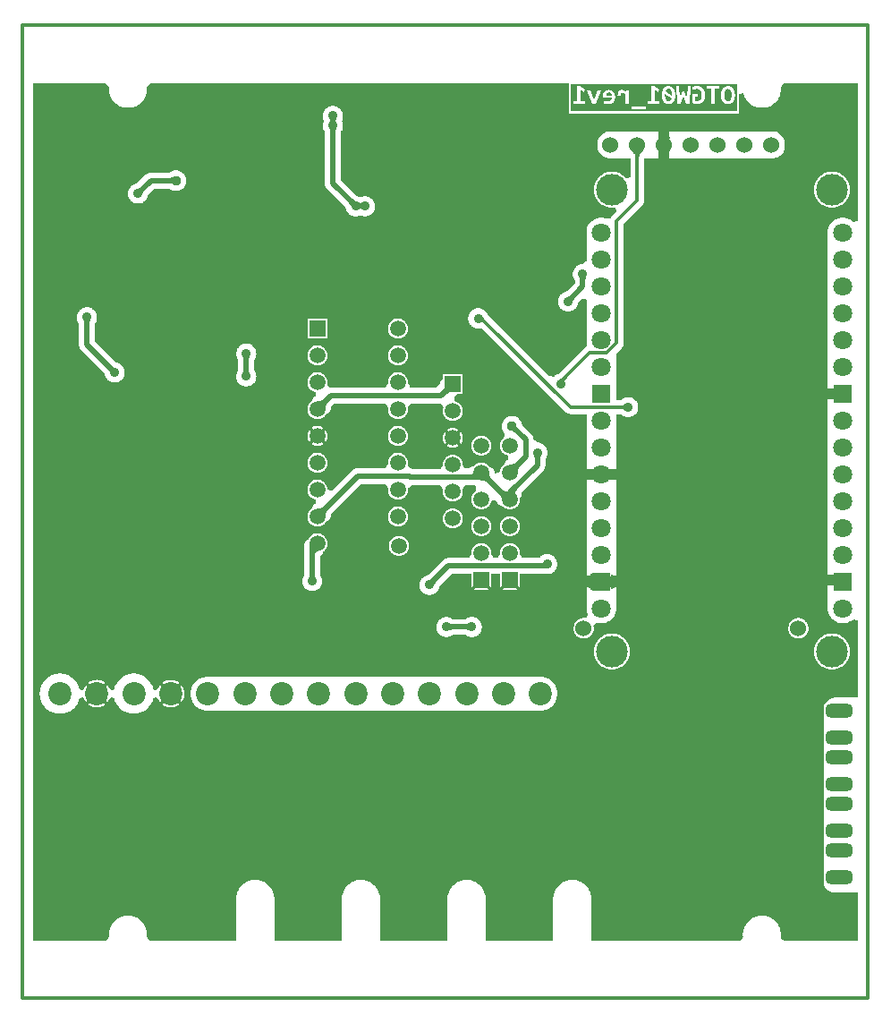
<source format=gbl>
G04 Layer_Physical_Order=2*
G04 Layer_Color=30967*
%FSLAX43Y43*%
%MOMM*%
G71*
G01*
G75*
%ADD10C,0.300*%
%ADD31C,0.500*%
%ADD32C,1.000*%
%ADD34C,1.524*%
%ADD35C,3.000*%
%ADD36C,1.800*%
%ADD37R,1.800X1.800*%
%ADD38C,2.200*%
%ADD39R,1.500X1.500*%
%ADD40C,1.500*%
%ADD41R,1.500X1.500*%
G04:AMPARAMS|DCode=42|XSize=1.36mm|YSize=2.6mm|CornerRadius=0.544mm|HoleSize=0mm|Usage=FLASHONLY|Rotation=90.000|XOffset=0mm|YOffset=0mm|HoleType=Round|Shape=RoundedRectangle|*
%AMROUNDEDRECTD42*
21,1,1.360,1.512,0,0,90.0*
21,1,0.272,2.600,0,0,90.0*
1,1,1.088,0.756,0.136*
1,1,1.088,0.756,-0.136*
1,1,1.088,-0.756,-0.136*
1,1,1.088,-0.756,0.136*
%
%ADD42ROUNDEDRECTD42*%
%ADD43C,0.900*%
%ADD44C,0.950*%
G36*
X67600Y83887D02*
X51893D01*
Y86461D01*
X67600D01*
Y83887D01*
D02*
G37*
G36*
X79000Y73549D02*
X78945Y73508D01*
X78600Y73401D01*
X78492Y73509D01*
X78263Y73662D01*
X78008Y73767D01*
X77738Y73821D01*
X77462D01*
X77191Y73767D01*
X76936Y73662D01*
X76707Y73508D01*
X76512Y73313D01*
X76358Y73084D01*
X76253Y72829D01*
X76199Y72558D01*
Y72420D01*
Y36860D01*
Y36722D01*
X76253Y36451D01*
X76358Y36196D01*
X76512Y35967D01*
X76707Y35772D01*
X76936Y35618D01*
X77191Y35513D01*
X77462Y35459D01*
X77791D01*
X78050Y35510D01*
X78294Y35612D01*
X78514Y35758D01*
X78600Y35845D01*
X78997Y35703D01*
X79000Y35701D01*
Y28438D01*
X76816D01*
X76598Y28394D01*
X76393Y28309D01*
X76208Y28186D01*
X76051Y28029D01*
X75927Y27844D01*
X75842Y27638D01*
X75799Y27421D01*
Y27004D01*
Y24736D01*
Y24464D01*
Y22876D01*
Y22604D01*
Y20336D01*
Y20064D01*
Y18476D01*
Y18204D01*
Y15936D01*
Y15664D01*
Y14076D01*
Y13804D01*
Y11536D01*
Y10837D01*
X75833Y10663D01*
X75901Y10499D01*
X76000Y10352D01*
X76126Y10226D01*
X76273Y10128D01*
X76437Y10060D01*
X76611Y10025D01*
X78996D01*
X79000Y10023D01*
Y5400D01*
X72067Y5400D01*
X71954Y5469D01*
X71776Y5690D01*
X71739Y5800D01*
X71747Y5872D01*
X71751Y6000D01*
X71747Y6128D01*
X71733Y6256D01*
X71710Y6383D01*
X71678Y6507D01*
X71638Y6629D01*
X71588Y6748D01*
X71531Y6863D01*
X71465Y6974D01*
X71392Y7079D01*
X71311Y7180D01*
X71224Y7274D01*
X71130Y7361D01*
X71029Y7442D01*
X70924Y7515D01*
X70813Y7581D01*
X70698Y7638D01*
X70579Y7688D01*
X70457Y7728D01*
X70333Y7760D01*
X70206Y7783D01*
X70078Y7797D01*
X69950Y7801D01*
X69822Y7797D01*
X69694Y7783D01*
X69567Y7760D01*
X69443Y7728D01*
X69321Y7688D01*
X69202Y7638D01*
X69087Y7581D01*
X68976Y7515D01*
X68871Y7442D01*
X68771Y7361D01*
X68676Y7274D01*
X68589Y7180D01*
X68508Y7079D01*
X68435Y6974D01*
X68369Y6863D01*
X68312Y6748D01*
X68262Y6629D01*
X68222Y6507D01*
X68190Y6383D01*
X68167Y6256D01*
X68153Y6128D01*
X68149Y6000D01*
X68153Y5872D01*
X68161Y5800D01*
X68124Y5690D01*
X67946Y5469D01*
X67833Y5400D01*
X53801Y5400D01*
Y9400D01*
X53797Y9528D01*
X53783Y9656D01*
X53760Y9783D01*
X53728Y9907D01*
X53688Y10029D01*
X53638Y10148D01*
X53581Y10263D01*
X53515Y10374D01*
X53442Y10479D01*
X53361Y10580D01*
X53274Y10674D01*
X53180Y10761D01*
X53079Y10842D01*
X52974Y10915D01*
X52863Y10981D01*
X52748Y11038D01*
X52629Y11088D01*
X52507Y11128D01*
X52383Y11160D01*
X52256Y11183D01*
X52128Y11197D01*
X52000Y11201D01*
X51872Y11197D01*
X51744Y11183D01*
X51617Y11160D01*
X51493Y11128D01*
X51371Y11088D01*
X51252Y11038D01*
X51137Y10981D01*
X51026Y10915D01*
X50921Y10842D01*
X50820Y10761D01*
X50726Y10674D01*
X50639Y10580D01*
X50558Y10479D01*
X50485Y10374D01*
X50419Y10263D01*
X50362Y10148D01*
X50312Y10029D01*
X50272Y9907D01*
X50240Y9783D01*
X50217Y9656D01*
X50203Y9528D01*
X50199Y9400D01*
Y5400D01*
X43801D01*
Y9400D01*
X43797Y9528D01*
X43783Y9656D01*
X43760Y9783D01*
X43728Y9907D01*
X43688Y10029D01*
X43638Y10148D01*
X43581Y10263D01*
X43515Y10374D01*
X43442Y10479D01*
X43361Y10580D01*
X43274Y10674D01*
X43180Y10761D01*
X43079Y10842D01*
X42974Y10915D01*
X42863Y10981D01*
X42748Y11038D01*
X42629Y11088D01*
X42507Y11128D01*
X42383Y11160D01*
X42256Y11183D01*
X42128Y11197D01*
X42000Y11201D01*
X41872Y11197D01*
X41744Y11183D01*
X41617Y11160D01*
X41493Y11128D01*
X41371Y11088D01*
X41252Y11038D01*
X41137Y10981D01*
X41026Y10915D01*
X40921Y10842D01*
X40820Y10761D01*
X40726Y10674D01*
X40639Y10580D01*
X40558Y10479D01*
X40485Y10374D01*
X40419Y10263D01*
X40362Y10148D01*
X40312Y10029D01*
X40272Y9907D01*
X40240Y9783D01*
X40217Y9656D01*
X40203Y9528D01*
X40199Y9400D01*
Y5400D01*
X33801Y5400D01*
Y9400D01*
X33797Y9528D01*
X33783Y9656D01*
X33760Y9783D01*
X33728Y9907D01*
X33688Y10029D01*
X33638Y10148D01*
X33581Y10263D01*
X33515Y10374D01*
X33442Y10479D01*
X33361Y10580D01*
X33274Y10674D01*
X33180Y10761D01*
X33079Y10842D01*
X32974Y10915D01*
X32863Y10981D01*
X32748Y11038D01*
X32629Y11088D01*
X32507Y11128D01*
X32383Y11160D01*
X32256Y11183D01*
X32128Y11197D01*
X32000Y11201D01*
X31872Y11197D01*
X31744Y11183D01*
X31617Y11160D01*
X31493Y11128D01*
X31371Y11088D01*
X31252Y11038D01*
X31137Y10981D01*
X31026Y10915D01*
X30921Y10842D01*
X30820Y10761D01*
X30726Y10674D01*
X30639Y10580D01*
X30558Y10479D01*
X30485Y10374D01*
X30419Y10263D01*
X30362Y10148D01*
X30312Y10029D01*
X30272Y9907D01*
X30240Y9783D01*
X30217Y9656D01*
X30203Y9528D01*
X30199Y9400D01*
Y5400D01*
X23801Y5400D01*
Y9400D01*
X23797Y9528D01*
X23783Y9656D01*
X23760Y9783D01*
X23728Y9907D01*
X23688Y10029D01*
X23638Y10148D01*
X23581Y10263D01*
X23515Y10374D01*
X23442Y10479D01*
X23361Y10580D01*
X23274Y10674D01*
X23180Y10761D01*
X23079Y10842D01*
X22974Y10915D01*
X22863Y10981D01*
X22748Y11038D01*
X22629Y11088D01*
X22507Y11128D01*
X22383Y11160D01*
X22256Y11183D01*
X22128Y11197D01*
X22000Y11201D01*
X21872Y11197D01*
X21744Y11183D01*
X21617Y11160D01*
X21493Y11128D01*
X21371Y11088D01*
X21252Y11038D01*
X21137Y10981D01*
X21026Y10915D01*
X20921Y10842D01*
X20820Y10761D01*
X20726Y10674D01*
X20639Y10580D01*
X20558Y10479D01*
X20485Y10374D01*
X20419Y10263D01*
X20362Y10148D01*
X20312Y10029D01*
X20272Y9907D01*
X20240Y9783D01*
X20217Y9656D01*
X20203Y9528D01*
X20199Y9400D01*
Y5400D01*
X12067Y5400D01*
X11954Y5469D01*
X11776Y5690D01*
X11739Y5800D01*
X11747Y5872D01*
X11751Y6000D01*
X11747Y6128D01*
X11733Y6256D01*
X11710Y6383D01*
X11678Y6507D01*
X11638Y6629D01*
X11588Y6748D01*
X11531Y6863D01*
X11465Y6974D01*
X11392Y7079D01*
X11311Y7180D01*
X11224Y7274D01*
X11130Y7361D01*
X11029Y7442D01*
X10924Y7515D01*
X10813Y7581D01*
X10698Y7638D01*
X10579Y7688D01*
X10457Y7728D01*
X10333Y7760D01*
X10206Y7783D01*
X10078Y7797D01*
X9950Y7801D01*
X9822Y7797D01*
X9694Y7783D01*
X9567Y7760D01*
X9443Y7728D01*
X9321Y7688D01*
X9202Y7638D01*
X9087Y7581D01*
X8976Y7515D01*
X8871Y7442D01*
X8771Y7361D01*
X8676Y7274D01*
X8589Y7180D01*
X8508Y7079D01*
X8435Y6974D01*
X8369Y6863D01*
X8312Y6748D01*
X8262Y6629D01*
X8222Y6507D01*
X8190Y6383D01*
X8167Y6256D01*
X8153Y6128D01*
X8149Y6000D01*
X8153Y5872D01*
X8161Y5800D01*
X8124Y5690D01*
X7946Y5469D01*
X7833Y5400D01*
X1000Y5400D01*
Y86500D01*
X7826Y86500D01*
X7938Y86420D01*
X8147Y86138D01*
X8152Y86100D01*
X8149Y86000D01*
X8153Y85872D01*
X8167Y85744D01*
X8190Y85617D01*
X8222Y85493D01*
X8262Y85371D01*
X8312Y85252D01*
X8369Y85137D01*
X8435Y85026D01*
X8508Y84921D01*
X8589Y84821D01*
X8676Y84726D01*
X8771Y84639D01*
X8871Y84558D01*
X8976Y84485D01*
X9087Y84419D01*
X9202Y84362D01*
X9321Y84312D01*
X9443Y84272D01*
X9567Y84240D01*
X9694Y84217D01*
X9822Y84203D01*
X9950Y84199D01*
X10078Y84203D01*
X10206Y84217D01*
X10333Y84240D01*
X10457Y84272D01*
X10579Y84312D01*
X10698Y84362D01*
X10813Y84419D01*
X10924Y84485D01*
X11029Y84558D01*
X11130Y84639D01*
X11224Y84726D01*
X11311Y84821D01*
X11392Y84921D01*
X11465Y85026D01*
X11531Y85137D01*
X11588Y85252D01*
X11638Y85371D01*
X11678Y85493D01*
X11710Y85617D01*
X11733Y85744D01*
X11747Y85872D01*
X11751Y86000D01*
X11748Y86100D01*
X11753Y86138D01*
X11962Y86420D01*
X12074Y86500D01*
X51693Y86500D01*
Y83687D01*
X67800D01*
Y85540D01*
X68190Y85617D01*
X68222Y85493D01*
X68262Y85371D01*
X68312Y85252D01*
X68369Y85137D01*
X68435Y85026D01*
X68508Y84921D01*
X68589Y84821D01*
X68676Y84726D01*
X68771Y84639D01*
X68871Y84558D01*
X68976Y84485D01*
X69087Y84419D01*
X69202Y84362D01*
X69321Y84312D01*
X69443Y84272D01*
X69567Y84240D01*
X69694Y84217D01*
X69822Y84203D01*
X69950Y84199D01*
X70078Y84203D01*
X70206Y84217D01*
X70333Y84240D01*
X70457Y84272D01*
X70579Y84312D01*
X70698Y84362D01*
X70813Y84419D01*
X70924Y84485D01*
X71029Y84558D01*
X71130Y84639D01*
X71224Y84726D01*
X71311Y84821D01*
X71392Y84921D01*
X71465Y85026D01*
X71531Y85137D01*
X71588Y85252D01*
X71638Y85371D01*
X71678Y85493D01*
X71710Y85617D01*
X71733Y85744D01*
X71747Y85872D01*
X71751Y86000D01*
X71748Y86100D01*
X71753Y86138D01*
X71962Y86420D01*
X72074Y86500D01*
X79000Y86500D01*
Y73549D01*
D02*
G37*
%LPC*%
G36*
X55463Y85896D02*
X55441D01*
X55417Y85894D01*
X55383Y85892D01*
X55346Y85885D01*
X55308Y85879D01*
X55266Y85868D01*
X55226Y85854D01*
X55224D01*
X55221Y85852D01*
X55208Y85848D01*
X55188Y85837D01*
X55166Y85823D01*
X55137Y85808D01*
X55108Y85788D01*
X55079Y85763D01*
X55053Y85737D01*
X55050Y85732D01*
X55041Y85723D01*
X55028Y85708D01*
X55013Y85686D01*
X54995Y85659D01*
X54977Y85630D01*
X54962Y85595D01*
X54946Y85557D01*
X54944Y85552D01*
X54939Y85539D01*
X54935Y85519D01*
X54926Y85490D01*
X54919Y85457D01*
X54915Y85419D01*
X54910Y85375D01*
X54908Y85330D01*
Y85328D01*
Y85324D01*
Y85317D01*
Y85308D01*
Y85297D01*
Y85284D01*
X54910Y85248D01*
Y85246D01*
Y85239D01*
Y85230D01*
X54913Y85219D01*
X54915Y85188D01*
X54917Y85157D01*
X55750D01*
Y85153D01*
Y85144D01*
X55747Y85126D01*
Y85106D01*
X55743Y85084D01*
X55739Y85060D01*
X55734Y85033D01*
X55725Y85008D01*
X55723Y85006D01*
X55721Y84997D01*
X55714Y84986D01*
X55705Y84973D01*
X55683Y84937D01*
X55652Y84902D01*
X55650Y84900D01*
X55643Y84895D01*
X55634Y84886D01*
X55621Y84878D01*
X55605Y84869D01*
X55585Y84858D01*
X55563Y84846D01*
X55541Y84838D01*
X55539D01*
X55530Y84833D01*
X55517Y84831D01*
X55497Y84826D01*
X55477Y84822D01*
X55450Y84820D01*
X55423Y84815D01*
X55361D01*
X55337Y84818D01*
X55306D01*
X55275Y84822D01*
X55237Y84824D01*
X55199Y84829D01*
X55195D01*
X55181Y84831D01*
X55159Y84835D01*
X55130Y84840D01*
X55097Y84846D01*
X55061Y84855D01*
X55019Y84866D01*
X54977Y84878D01*
Y84636D01*
X54979D01*
X54986Y84633D01*
X54995Y84631D01*
X55008Y84627D01*
X55024Y84622D01*
X55041Y84618D01*
X55084Y84609D01*
X55086D01*
X55093Y84607D01*
X55106D01*
X55119Y84604D01*
X55137Y84600D01*
X55157Y84598D01*
X55201Y84591D01*
X55204D01*
X55212Y84589D01*
X55224D01*
X55239Y84587D01*
X55257Y84584D01*
X55279Y84582D01*
X55323Y84578D01*
X55335D01*
X55346Y84576D01*
X55361D01*
X55379Y84573D01*
X55399D01*
X55441Y84571D01*
X55465D01*
X55479Y84573D01*
X55494D01*
X55528Y84576D01*
X55570Y84580D01*
X55614Y84589D01*
X55659Y84598D01*
X55703Y84611D01*
X55705D01*
X55707Y84613D01*
X55714Y84616D01*
X55721Y84620D01*
X55743Y84629D01*
X55770Y84642D01*
X55801Y84660D01*
X55832Y84680D01*
X55865Y84704D01*
X55896Y84733D01*
X55901Y84738D01*
X55909Y84747D01*
X55923Y84764D01*
X55941Y84789D01*
X55961Y84818D01*
X55981Y84851D01*
X56001Y84889D01*
X56018Y84931D01*
Y84933D01*
X56020Y84935D01*
X56023Y84942D01*
X56025Y84953D01*
X56027Y84964D01*
X56032Y84977D01*
X56038Y85011D01*
X56047Y85051D01*
X56054Y85097D01*
X56058Y85151D01*
X56060Y85206D01*
Y85208D01*
Y85213D01*
Y85222D01*
Y85233D01*
X56058Y85246D01*
Y85262D01*
X56056Y85299D01*
X56049Y85344D01*
X56043Y85390D01*
X56032Y85439D01*
X56018Y85488D01*
Y85490D01*
X56016Y85495D01*
X56014Y85501D01*
X56009Y85510D01*
X56001Y85532D01*
X55987Y85563D01*
X55969Y85597D01*
X55949Y85632D01*
X55925Y85670D01*
X55898Y85706D01*
X55894Y85710D01*
X55885Y85721D01*
X55867Y85737D01*
X55845Y85757D01*
X55818Y85779D01*
X55787Y85803D01*
X55752Y85825D01*
X55712Y85845D01*
X55710D01*
X55707Y85848D01*
X55701Y85850D01*
X55692Y85854D01*
X55670Y85861D01*
X55639Y85872D01*
X55603Y85881D01*
X55561Y85888D01*
X55514Y85894D01*
X55463Y85896D01*
D02*
G37*
G36*
X54751Y85870D02*
X54411D01*
X54147Y85148D01*
X54069Y84915D01*
X53991Y85137D01*
X53727Y85870D01*
X53399D01*
X53896Y84600D01*
X54249D01*
X54751Y85870D01*
D02*
G37*
G36*
X63184Y86234D02*
X62913D01*
X62874Y85186D01*
X62862Y84900D01*
X62789Y85153D01*
X62609Y85737D01*
X62416D01*
X62227Y85117D01*
X62165Y84902D01*
X62161Y85157D01*
X62121Y86234D01*
X61859D01*
X61950Y84600D01*
X62312D01*
X62474Y85104D01*
X62532Y85310D01*
X62587Y85099D01*
X62747Y84600D01*
X63091D01*
X63184Y86234D01*
D02*
G37*
G36*
X63777Y86261D02*
X63737D01*
X63708Y86258D01*
X63675Y86256D01*
X63639Y86252D01*
X63599Y86247D01*
X63559Y86241D01*
X63555D01*
X63548Y86238D01*
X63542Y86236D01*
X63520Y86232D01*
X63491Y86227D01*
X63460Y86218D01*
X63422Y86212D01*
X63384Y86201D01*
X63344Y86189D01*
Y85885D01*
X63349Y85888D01*
X63360Y85892D01*
X63380Y85901D01*
X63404Y85910D01*
X63435Y85921D01*
X63471Y85934D01*
X63508Y85945D01*
X63551Y85956D01*
X63553D01*
X63555Y85959D01*
X63562D01*
X63571Y85961D01*
X63591Y85965D01*
X63619Y85972D01*
X63655Y85976D01*
X63693Y85981D01*
X63733Y85983D01*
X63775Y85985D01*
X63795D01*
X63817Y85983D01*
X63844Y85981D01*
X63875Y85976D01*
X63910Y85967D01*
X63946Y85959D01*
X63979Y85945D01*
X63983Y85943D01*
X63992Y85939D01*
X64010Y85930D01*
X64030Y85916D01*
X64052Y85899D01*
X64077Y85881D01*
X64101Y85856D01*
X64126Y85830D01*
X64128Y85828D01*
X64134Y85817D01*
X64146Y85801D01*
X64159Y85779D01*
X64174Y85754D01*
X64190Y85723D01*
X64203Y85688D01*
X64217Y85648D01*
Y85646D01*
X64219Y85643D01*
Y85637D01*
X64221Y85630D01*
X64225Y85608D01*
X64230Y85579D01*
X64237Y85543D01*
X64241Y85501D01*
X64243Y85457D01*
X64245Y85408D01*
Y85406D01*
Y85401D01*
Y85395D01*
Y85386D01*
X64243Y85361D01*
Y85330D01*
X64241Y85293D01*
X64237Y85253D01*
X64230Y85213D01*
X64223Y85173D01*
Y85171D01*
X64221Y85168D01*
X64219Y85155D01*
X64212Y85135D01*
X64203Y85111D01*
X64194Y85084D01*
X64181Y85053D01*
X64163Y85024D01*
X64146Y84995D01*
X64143Y84993D01*
X64137Y84984D01*
X64123Y84971D01*
X64108Y84953D01*
X64090Y84935D01*
X64066Y84917D01*
X64039Y84900D01*
X64010Y84884D01*
X64006Y84882D01*
X63995Y84878D01*
X63977Y84873D01*
X63952Y84866D01*
X63924Y84858D01*
X63888Y84853D01*
X63848Y84849D01*
X63806Y84846D01*
X63753D01*
X63744Y84849D01*
X63730Y84851D01*
X63717Y84853D01*
X63713D01*
X63706Y84855D01*
X63693Y84860D01*
X63682Y84862D01*
X63679D01*
X63670Y84864D01*
X63657Y84869D01*
X63644Y84873D01*
Y85290D01*
X63921D01*
Y85543D01*
X63340D01*
Y84673D01*
X63342D01*
X63344Y84671D01*
X63351Y84669D01*
X63360Y84664D01*
X63382Y84656D01*
X63411Y84644D01*
X63448Y84631D01*
X63488Y84618D01*
X63531Y84607D01*
X63577Y84596D01*
X63582D01*
X63588Y84593D01*
X63599Y84591D01*
X63611Y84589D01*
X63624D01*
X63655Y84584D01*
X63695Y84580D01*
X63739Y84576D01*
X63788Y84573D01*
X63841Y84571D01*
X63870D01*
X63886Y84573D01*
X63904D01*
X63944Y84578D01*
X63990Y84584D01*
X64043Y84593D01*
X64097Y84604D01*
X64148Y84622D01*
X64150D01*
X64154Y84624D01*
X64161Y84629D01*
X64170Y84633D01*
X64197Y84644D01*
X64228Y84662D01*
X64263Y84684D01*
X64303Y84711D01*
X64341Y84742D01*
X64379Y84778D01*
Y84780D01*
X64383Y84782D01*
X64388Y84789D01*
X64394Y84795D01*
X64412Y84820D01*
X64432Y84849D01*
X64456Y84886D01*
X64481Y84931D01*
X64505Y84980D01*
X64525Y85035D01*
Y85037D01*
X64527Y85042D01*
X64530Y85051D01*
X64532Y85062D01*
X64536Y85077D01*
X64541Y85095D01*
X64545Y85115D01*
X64550Y85137D01*
X64554Y85164D01*
X64558Y85191D01*
X64567Y85250D01*
X64572Y85319D01*
X64574Y85393D01*
Y85395D01*
Y85401D01*
Y85413D01*
Y85428D01*
X64572Y85446D01*
Y85466D01*
X64570Y85488D01*
X64567Y85515D01*
X64561Y85572D01*
X64552Y85632D01*
X64541Y85694D01*
X64523Y85757D01*
Y85759D01*
X64521Y85763D01*
X64516Y85772D01*
X64512Y85783D01*
X64507Y85797D01*
X64501Y85814D01*
X64483Y85852D01*
X64461Y85894D01*
X64434Y85941D01*
X64403Y85985D01*
X64368Y86030D01*
X64365Y86032D01*
X64363Y86034D01*
X64356Y86041D01*
X64350Y86047D01*
X64328Y86070D01*
X64299Y86094D01*
X64261Y86121D01*
X64219Y86150D01*
X64170Y86176D01*
X64117Y86201D01*
X64114D01*
X64110Y86203D01*
X64101Y86207D01*
X64090Y86209D01*
X64077Y86214D01*
X64059Y86221D01*
X64041Y86225D01*
X64019Y86232D01*
X63995Y86236D01*
X63968Y86241D01*
X63910Y86252D01*
X63846Y86258D01*
X63777Y86261D01*
D02*
G37*
G36*
X65941Y86234D02*
X64729D01*
Y85979D01*
X65178D01*
Y84600D01*
X65493D01*
Y85979D01*
X65941D01*
Y86234D01*
D02*
G37*
G36*
X66734Y86261D02*
X66721D01*
X66703Y86258D01*
X66681D01*
X66654Y86254D01*
X66623Y86249D01*
X66590Y86243D01*
X66552Y86234D01*
X66514Y86223D01*
X66474Y86207D01*
X66434Y86192D01*
X66394Y86170D01*
X66354Y86145D01*
X66317Y86116D01*
X66281Y86083D01*
X66250Y86045D01*
X66248Y86043D01*
X66243Y86036D01*
X66235Y86023D01*
X66223Y86005D01*
X66212Y85983D01*
X66199Y85956D01*
X66183Y85923D01*
X66168Y85888D01*
X66152Y85845D01*
X66137Y85799D01*
X66124Y85748D01*
X66112Y85692D01*
X66101Y85632D01*
X66092Y85566D01*
X66088Y85497D01*
X66086Y85421D01*
Y85419D01*
Y85413D01*
Y85399D01*
Y85384D01*
X66088Y85366D01*
Y85344D01*
X66090Y85317D01*
X66092Y85290D01*
X66099Y85230D01*
X66108Y85166D01*
X66121Y85099D01*
X66139Y85037D01*
Y85035D01*
X66141Y85031D01*
X66144Y85022D01*
X66148Y85011D01*
X66155Y84997D01*
X66159Y84982D01*
X66177Y84944D01*
X66197Y84902D01*
X66221Y84858D01*
X66248Y84815D01*
X66281Y84773D01*
X66286Y84769D01*
X66297Y84755D01*
X66317Y84738D01*
X66341Y84715D01*
X66372Y84691D01*
X66410Y84667D01*
X66450Y84642D01*
X66494Y84620D01*
X66496D01*
X66499Y84618D01*
X66505Y84616D01*
X66516Y84613D01*
X66528Y84609D01*
X66541Y84604D01*
X66572Y84596D01*
X66612Y84587D01*
X66656Y84578D01*
X66703Y84573D01*
X66754Y84571D01*
X66767D01*
X66785Y84573D01*
X66807Y84576D01*
X66834Y84578D01*
X66865Y84582D01*
X66898Y84589D01*
X66936Y84598D01*
X66974Y84609D01*
X67014Y84622D01*
X67054Y84640D01*
X67094Y84662D01*
X67134Y84687D01*
X67171Y84713D01*
X67205Y84747D01*
X67238Y84784D01*
X67240Y84786D01*
X67245Y84795D01*
X67253Y84806D01*
X67262Y84824D01*
X67276Y84846D01*
X67289Y84873D01*
X67305Y84906D01*
X67318Y84944D01*
X67333Y84984D01*
X67349Y85031D01*
X67362Y85082D01*
X67376Y85139D01*
X67384Y85199D01*
X67393Y85264D01*
X67398Y85335D01*
X67400Y85408D01*
Y85410D01*
Y85417D01*
Y85430D01*
Y85446D01*
X67398Y85464D01*
Y85486D01*
X67396Y85512D01*
X67393Y85539D01*
X67387Y85599D01*
X67378Y85663D01*
X67367Y85728D01*
X67349Y85790D01*
Y85792D01*
X67347Y85797D01*
X67344Y85805D01*
X67340Y85817D01*
X67333Y85830D01*
X67329Y85848D01*
X67311Y85883D01*
X67291Y85925D01*
X67267Y85970D01*
X67238Y86014D01*
X67207Y86054D01*
X67205Y86056D01*
X67202Y86059D01*
X67191Y86072D01*
X67171Y86090D01*
X67147Y86112D01*
X67116Y86138D01*
X67078Y86163D01*
X67038Y86187D01*
X66994Y86209D01*
X66992D01*
X66987Y86212D01*
X66980Y86214D01*
X66972Y86218D01*
X66960Y86221D01*
X66947Y86225D01*
X66916Y86236D01*
X66876Y86245D01*
X66832Y86252D01*
X66785Y86258D01*
X66734Y86261D01*
D02*
G37*
G36*
X61095D02*
X61073D01*
X61060Y86258D01*
X61046D01*
X61013Y86254D01*
X60975Y86249D01*
X60933Y86241D01*
X60889Y86227D01*
X60847Y86212D01*
X60844D01*
X60842Y86209D01*
X60836Y86207D01*
X60827Y86203D01*
X60807Y86192D01*
X60778Y86176D01*
X60747Y86154D01*
X60713Y86130D01*
X60680Y86098D01*
X60649Y86063D01*
X60645Y86059D01*
X60640Y86052D01*
X60636Y86045D01*
X60620Y86023D01*
X60602Y85994D01*
X60583Y85956D01*
X60560Y85912D01*
X60538Y85861D01*
X60520Y85803D01*
Y85801D01*
X60518Y85797D01*
X60516Y85788D01*
X60514Y85774D01*
X60509Y85759D01*
X60505Y85741D01*
X60500Y85721D01*
X60496Y85697D01*
X60494Y85670D01*
X60489Y85641D01*
X60485Y85610D01*
X60480Y85577D01*
X60476Y85501D01*
X60474Y85421D01*
Y85419D01*
Y85413D01*
Y85401D01*
Y85388D01*
X60476Y85370D01*
Y85350D01*
X60478Y85326D01*
Y85302D01*
X60485Y85246D01*
X60491Y85186D01*
X60503Y85124D01*
X60518Y85062D01*
Y85060D01*
X60520Y85055D01*
X60523Y85046D01*
X60527Y85035D01*
X60531Y85022D01*
X60536Y85006D01*
X60551Y84969D01*
X60569Y84926D01*
X60591Y84882D01*
X60618Y84838D01*
X60647Y84793D01*
Y84791D01*
X60651Y84789D01*
X60662Y84775D01*
X60680Y84755D01*
X60705Y84731D01*
X60733Y84704D01*
X60769Y84678D01*
X60809Y84651D01*
X60853Y84627D01*
X60856D01*
X60858Y84624D01*
X60864Y84622D01*
X60876Y84618D01*
X60887Y84613D01*
X60900Y84609D01*
X60933Y84600D01*
X60973Y84589D01*
X61020Y84580D01*
X61073Y84573D01*
X61131Y84571D01*
X61153D01*
X61166Y84573D01*
X61180D01*
X61213Y84578D01*
X61251Y84582D01*
X61293Y84591D01*
X61337Y84602D01*
X61379Y84618D01*
X61382D01*
X61384Y84620D01*
X61391Y84622D01*
X61399Y84627D01*
X61419Y84638D01*
X61446Y84653D01*
X61477Y84675D01*
X61510Y84700D01*
X61544Y84731D01*
X61577Y84767D01*
Y84769D01*
X61581Y84771D01*
X61586Y84778D01*
X61590Y84784D01*
X61606Y84806D01*
X61624Y84838D01*
X61644Y84875D01*
X61666Y84920D01*
X61686Y84971D01*
X61706Y85026D01*
Y85028D01*
X61708Y85033D01*
X61710Y85042D01*
X61712Y85055D01*
X61717Y85071D01*
X61719Y85088D01*
X61724Y85111D01*
X61728Y85135D01*
X61732Y85162D01*
X61737Y85191D01*
X61739Y85222D01*
X61744Y85255D01*
X61748Y85328D01*
X61750Y85408D01*
Y85410D01*
Y85417D01*
Y85428D01*
Y85441D01*
X61748Y85459D01*
Y85479D01*
X61746Y85504D01*
X61744Y85528D01*
X61739Y85583D01*
X61732Y85643D01*
X61721Y85706D01*
X61706Y85765D01*
Y85768D01*
X61704Y85772D01*
X61701Y85781D01*
X61697Y85792D01*
X61692Y85805D01*
X61688Y85821D01*
X61673Y85859D01*
X61655Y85901D01*
X61633Y85945D01*
X61608Y85992D01*
X61579Y86034D01*
Y86036D01*
X61575Y86039D01*
X61564Y86052D01*
X61546Y86072D01*
X61522Y86096D01*
X61493Y86125D01*
X61457Y86152D01*
X61417Y86178D01*
X61373Y86203D01*
X61371D01*
X61366Y86205D01*
X61359Y86207D01*
X61351Y86212D01*
X61340Y86216D01*
X61326Y86221D01*
X61291Y86232D01*
X61251Y86243D01*
X61204Y86252D01*
X61151Y86258D01*
X61095Y86261D01*
D02*
G37*
G36*
X59002Y84329D02*
X57594D01*
Y84087D01*
X59002D01*
Y84329D01*
D02*
G37*
G36*
X56691Y85896D02*
X56675D01*
X56655Y85894D01*
X56633Y85892D01*
X56607Y85888D01*
X56578Y85883D01*
X56549Y85874D01*
X56520Y85863D01*
X56516Y85861D01*
X56507Y85856D01*
X56493Y85850D01*
X56476Y85839D01*
X56456Y85823D01*
X56436Y85808D01*
X56416Y85788D01*
X56396Y85763D01*
X56393Y85761D01*
X56387Y85752D01*
X56378Y85739D01*
X56367Y85719D01*
X56356Y85694D01*
X56342Y85668D01*
X56331Y85637D01*
X56320Y85601D01*
X56318Y85597D01*
X56316Y85583D01*
X56314Y85563D01*
X56309Y85537D01*
X56305Y85504D01*
X56300Y85466D01*
X56298Y85424D01*
Y85377D01*
X56604D01*
Y85379D01*
Y85388D01*
Y85401D01*
Y85417D01*
X56607Y85437D01*
Y85455D01*
X56613Y85495D01*
Y85497D01*
X56615Y85504D01*
X56618Y85512D01*
X56620Y85523D01*
X56629Y85550D01*
X56642Y85577D01*
Y85579D01*
X56647Y85581D01*
X56655Y85595D01*
X56671Y85612D01*
X56693Y85626D01*
X56695D01*
X56698Y85628D01*
X56704Y85630D01*
X56713Y85634D01*
X56735Y85639D01*
X56762Y85641D01*
X56773D01*
X56786Y85639D01*
X56804Y85634D01*
X56826Y85628D01*
X56849Y85617D01*
X56875Y85603D01*
X56902Y85583D01*
X56904Y85581D01*
X56915Y85572D01*
X56928Y85559D01*
X56948Y85539D01*
X56971Y85515D01*
X56997Y85484D01*
X57026Y85446D01*
X57057Y85401D01*
Y84600D01*
X57370D01*
Y85870D01*
X57095D01*
X57084Y85683D01*
X57082Y85686D01*
X57077Y85692D01*
X57073Y85701D01*
X57064Y85712D01*
X57042Y85741D01*
X57013Y85770D01*
X57011Y85772D01*
X57006Y85777D01*
X56997Y85783D01*
X56986Y85794D01*
X56960Y85814D01*
X56926Y85837D01*
X56924Y85839D01*
X56917Y85841D01*
X56908Y85848D01*
X56895Y85852D01*
X56880Y85861D01*
X56860Y85868D01*
X56820Y85881D01*
X56817D01*
X56809Y85883D01*
X56797Y85885D01*
X56782Y85890D01*
X56762Y85892D01*
X56740Y85894D01*
X56691Y85896D01*
D02*
G37*
G36*
X59748Y86243D02*
X59490D01*
Y84871D01*
X59131D01*
Y84600D01*
X60218D01*
Y84871D01*
X59803D01*
Y85919D01*
X60167Y85721D01*
X60265Y85970D01*
X59748Y86243D01*
D02*
G37*
G36*
X52711D02*
X52453D01*
Y84871D01*
X52093D01*
Y84600D01*
X53181D01*
Y84871D01*
X52766D01*
Y85919D01*
X53130Y85721D01*
X53228Y85970D01*
X52711Y86243D01*
D02*
G37*
%LPD*%
G36*
X55490Y85668D02*
X55510Y85666D01*
X55537Y85661D01*
X55568Y85650D01*
X55599Y85637D01*
X55630Y85619D01*
X55659Y85592D01*
X55661Y85588D01*
X55670Y85579D01*
X55683Y85561D01*
X55696Y85537D01*
X55712Y85506D01*
X55725Y85468D01*
X55739Y85426D01*
X55745Y85377D01*
X55219D01*
Y85379D01*
Y85390D01*
Y85404D01*
X55221Y85421D01*
X55224Y85441D01*
X55228Y85461D01*
X55239Y85506D01*
Y85508D01*
X55243Y85515D01*
X55248Y85526D01*
X55252Y85539D01*
X55270Y85568D01*
X55295Y85597D01*
X55297Y85599D01*
X55301Y85603D01*
X55308Y85610D01*
X55317Y85619D01*
X55341Y85637D01*
X55374Y85652D01*
X55377D01*
X55381Y85654D01*
X55392Y85659D01*
X55403Y85661D01*
X55417Y85666D01*
X55434Y85668D01*
X55470Y85670D01*
X55481D01*
X55490Y85668D01*
D02*
G37*
G36*
X66774Y85981D02*
X66796Y85979D01*
X66821Y85974D01*
X66845Y85967D01*
X66872Y85959D01*
X66896Y85945D01*
X66898Y85943D01*
X66907Y85939D01*
X66918Y85930D01*
X66932Y85919D01*
X66949Y85903D01*
X66967Y85883D01*
X66983Y85861D01*
X67000Y85837D01*
X67003Y85834D01*
X67007Y85823D01*
X67014Y85808D01*
X67023Y85788D01*
X67031Y85763D01*
X67043Y85732D01*
X67051Y85699D01*
X67058Y85661D01*
Y85659D01*
Y85657D01*
X67060Y85650D01*
Y85643D01*
X67063Y85621D01*
X67067Y85592D01*
X67069Y85557D01*
X67074Y85517D01*
X67076Y85470D01*
Y85421D01*
Y85419D01*
Y85408D01*
Y85395D01*
X67074Y85375D01*
Y85350D01*
X67071Y85324D01*
X67069Y85293D01*
X67067Y85259D01*
X67056Y85191D01*
X67043Y85117D01*
X67025Y85051D01*
X67012Y85020D01*
X66998Y84991D01*
Y84988D01*
X66994Y84984D01*
X66989Y84977D01*
X66983Y84969D01*
X66965Y84946D01*
X66936Y84920D01*
X66903Y84893D01*
X66858Y84871D01*
X66832Y84862D01*
X66805Y84855D01*
X66774Y84851D01*
X66743Y84849D01*
X66727D01*
X66712Y84851D01*
X66690Y84853D01*
X66667Y84858D01*
X66641Y84864D01*
X66616Y84873D01*
X66592Y84884D01*
X66590Y84886D01*
X66581Y84891D01*
X66570Y84900D01*
X66554Y84913D01*
X66539Y84926D01*
X66521Y84946D01*
X66503Y84969D01*
X66488Y84993D01*
X66485Y84995D01*
X66481Y85006D01*
X66474Y85022D01*
X66465Y85042D01*
X66457Y85066D01*
X66445Y85097D01*
X66437Y85131D01*
X66430Y85168D01*
Y85171D01*
Y85173D01*
X66428Y85179D01*
Y85186D01*
X66423Y85208D01*
X66419Y85237D01*
X66417Y85273D01*
X66412Y85313D01*
X66410Y85359D01*
Y85408D01*
Y85413D01*
Y85421D01*
Y85435D01*
X66412Y85455D01*
Y85479D01*
X66414Y85508D01*
X66417Y85537D01*
X66419Y85570D01*
X66430Y85641D01*
X66443Y85712D01*
X66461Y85779D01*
X66474Y85810D01*
X66488Y85839D01*
Y85841D01*
X66492Y85845D01*
X66496Y85852D01*
X66503Y85861D01*
X66521Y85885D01*
X66548Y85912D01*
X66583Y85936D01*
X66627Y85961D01*
X66654Y85970D01*
X66681Y85976D01*
X66710Y85981D01*
X66743Y85983D01*
X66758D01*
X66774Y85981D01*
D02*
G37*
G36*
X61140Y86010D02*
X61155Y86007D01*
X61175Y86003D01*
X61197Y85996D01*
X61222Y85987D01*
X61244Y85974D01*
X61246Y85972D01*
X61253Y85967D01*
X61266Y85959D01*
X61280Y85948D01*
X61295Y85932D01*
X61313Y85914D01*
X61331Y85892D01*
X61348Y85865D01*
X61351Y85863D01*
X61355Y85852D01*
X61364Y85837D01*
X61373Y85814D01*
X61386Y85788D01*
X61397Y85757D01*
X61408Y85721D01*
X61419Y85681D01*
Y85679D01*
Y85677D01*
X61422Y85670D01*
X61424Y85661D01*
X61426Y85639D01*
X61431Y85606D01*
X61435Y85568D01*
X61439Y85523D01*
X61442Y85472D01*
X61444Y85417D01*
Y85413D01*
Y85401D01*
Y85388D01*
Y85370D01*
Y85366D01*
Y85357D01*
Y85344D01*
X61442Y85328D01*
X60829Y85770D01*
Y85772D01*
X60831Y85774D01*
X60833Y85781D01*
X60838Y85790D01*
X60847Y85812D01*
X60860Y85839D01*
X60876Y85868D01*
X60896Y85899D01*
X60920Y85928D01*
X60944Y85952D01*
X60947Y85954D01*
X60958Y85961D01*
X60971Y85972D01*
X60991Y85983D01*
X61018Y85992D01*
X61046Y86003D01*
X61078Y86010D01*
X61113Y86012D01*
X61124D01*
X61140Y86010D01*
D02*
G37*
G36*
X61397Y85060D02*
Y85057D01*
X61395Y85055D01*
X61393Y85048D01*
X61388Y85040D01*
X61379Y85017D01*
X61366Y84991D01*
X61351Y84962D01*
X61331Y84931D01*
X61308Y84902D01*
X61284Y84878D01*
X61280Y84875D01*
X61271Y84869D01*
X61255Y84860D01*
X61235Y84849D01*
X61211Y84838D01*
X61182Y84829D01*
X61151Y84822D01*
X61115Y84820D01*
X61104D01*
X61089Y84822D01*
X61073Y84824D01*
X61053Y84829D01*
X61031Y84835D01*
X61007Y84844D01*
X60984Y84855D01*
X60982Y84858D01*
X60973Y84862D01*
X60962Y84871D01*
X60947Y84882D01*
X60931Y84897D01*
X60913Y84915D01*
X60896Y84937D01*
X60878Y84964D01*
X60876Y84969D01*
X60871Y84977D01*
X60862Y84993D01*
X60853Y85015D01*
X60842Y85042D01*
X60829Y85073D01*
X60818Y85108D01*
X60809Y85148D01*
Y85151D01*
X60807Y85153D01*
Y85159D01*
X60805Y85168D01*
X60800Y85193D01*
X60796Y85224D01*
X60791Y85262D01*
X60787Y85308D01*
X60782Y85357D01*
Y85413D01*
Y85417D01*
Y85426D01*
Y85441D01*
X60785Y85457D01*
Y85461D01*
Y85470D01*
X60787Y85484D01*
Y85499D01*
X61397Y85060D01*
D02*
G37*
%LPC*%
G36*
X43400Y53211D02*
X43307Y53207D01*
X43214Y53193D01*
X43124Y53170D01*
X43036Y53139D01*
X42952Y53099D01*
X42872Y53051D01*
X42797Y52995D01*
X42727Y52933D01*
X42665Y52863D01*
X42609Y52788D01*
X42561Y52708D01*
X42521Y52624D01*
X42490Y52536D01*
X42467Y52446D01*
X42453Y52353D01*
X42449Y52260D01*
X42453Y52167D01*
X42467Y52074D01*
X42490Y51984D01*
X42521Y51896D01*
X42561Y51812D01*
X42609Y51732D01*
X42665Y51657D01*
X42727Y51587D01*
X42797Y51525D01*
X42872Y51469D01*
X42952Y51421D01*
X43036Y51381D01*
X43124Y51350D01*
X43214Y51327D01*
X43307Y51313D01*
X43400Y51309D01*
X43493Y51313D01*
X43586Y51327D01*
X43676Y51350D01*
X43764Y51381D01*
X43848Y51421D01*
X43928Y51469D01*
X44003Y51525D01*
X44073Y51587D01*
X44135Y51657D01*
X44191Y51732D01*
X44239Y51812D01*
X44279Y51896D01*
X44310Y51984D01*
X44333Y52074D01*
X44347Y52167D01*
X44351Y52260D01*
X44347Y52353D01*
X44333Y52446D01*
X44310Y52536D01*
X44279Y52624D01*
X44239Y52708D01*
X44191Y52788D01*
X44135Y52863D01*
X44073Y52933D01*
X44003Y52995D01*
X43928Y53051D01*
X43848Y53099D01*
X43764Y53139D01*
X43676Y53170D01*
X43586Y53193D01*
X43493Y53207D01*
X43400Y53211D01*
D02*
G37*
G36*
X40700Y52788D02*
X40143Y52231D01*
X40172Y52209D01*
X40252Y52161D01*
X40336Y52121D01*
X40424Y52090D01*
X40514Y52067D01*
X40607Y52053D01*
X40700Y52049D01*
X40793Y52053D01*
X40886Y52067D01*
X40976Y52090D01*
X41064Y52121D01*
X41148Y52161D01*
X41228Y52209D01*
X41257Y52231D01*
X40700Y52788D01*
D02*
G37*
G36*
X27880Y52968D02*
X27323Y52411D01*
X27352Y52389D01*
X27432Y52341D01*
X27516Y52301D01*
X27604Y52270D01*
X27694Y52247D01*
X27787Y52233D01*
X27880Y52229D01*
X27973Y52233D01*
X28066Y52247D01*
X28156Y52270D01*
X28244Y52301D01*
X28328Y52341D01*
X28408Y52389D01*
X28437Y52411D01*
X27880Y52968D01*
D02*
G37*
G36*
X15019Y29607D02*
X14212Y28800D01*
X15019Y27993D01*
X15066Y28054D01*
X15127Y28149D01*
X15179Y28250D01*
X15223Y28355D01*
X15257Y28463D01*
X15281Y28574D01*
X15296Y28687D01*
X15301Y28800D01*
X15296Y28913D01*
X15281Y29026D01*
X15257Y29137D01*
X15223Y29245D01*
X15179Y29350D01*
X15127Y29451D01*
X15066Y29546D01*
X15019Y29607D01*
D02*
G37*
G36*
X46300Y55076D02*
X46204Y55071D01*
X46110Y55057D01*
X46017Y55034D01*
X45926Y55002D01*
X45840Y54961D01*
X45758Y54912D01*
X45681Y54855D01*
X45610Y54790D01*
X45545Y54719D01*
X45488Y54642D01*
X45439Y54560D01*
X45398Y54474D01*
X45366Y54383D01*
X45343Y54290D01*
X45329Y54196D01*
X45324Y54100D01*
X45329Y54004D01*
X45343Y53910D01*
X45366Y53817D01*
X45398Y53726D01*
X45439Y53640D01*
X45488Y53558D01*
X45545Y53481D01*
X45565Y53409D01*
X45568Y53255D01*
X45563Y53208D01*
X45528Y53055D01*
X45497Y52995D01*
X45427Y52933D01*
X45365Y52863D01*
X45309Y52788D01*
X45261Y52708D01*
X45221Y52624D01*
X45190Y52536D01*
X45167Y52446D01*
X45153Y52353D01*
X45149Y52260D01*
X45153Y52167D01*
X45167Y52074D01*
X45190Y51984D01*
X45221Y51896D01*
X45261Y51812D01*
X45309Y51732D01*
X45365Y51657D01*
X45427Y51587D01*
X45497Y51525D01*
X45572Y51469D01*
X45652Y51421D01*
X45736Y51381D01*
X45824Y51350D01*
X45914Y51327D01*
X45947Y51095D01*
X45941Y50942D01*
X45916Y50933D01*
X45911Y50930D01*
X45905Y50928D01*
X45881Y50916D01*
X45857Y50904D01*
X45852Y50901D01*
X45847Y50898D01*
X45825Y50882D01*
X45802Y50867D01*
X45798Y50864D01*
X45793Y50860D01*
X45773Y50842D01*
X45753Y50824D01*
X45749Y50820D01*
X45745Y50816D01*
X45728Y50795D01*
X45710Y50775D01*
X45707Y50770D01*
X45703Y50766D01*
X45689Y50743D01*
X45674Y50721D01*
X45671Y50715D01*
X45668Y50710D01*
X45657Y50686D01*
X45645Y50662D01*
X45643Y50656D01*
X45640Y50651D01*
X45632Y50625D01*
X45624Y50600D01*
X45622Y50594D01*
X45621Y50588D01*
X45616Y50562D01*
X45611Y50535D01*
X45611Y50534D01*
X45572Y50511D01*
X45497Y50455D01*
X45427Y50393D01*
X45365Y50323D01*
X45309Y50248D01*
X45261Y50168D01*
X45221Y50084D01*
X45190Y49996D01*
X45167Y49906D01*
X45153Y49813D01*
X45141Y49797D01*
X44929Y49675D01*
X44752Y49640D01*
X44688Y49693D01*
X44649Y49751D01*
X44647Y49778D01*
X44646Y49784D01*
X44645Y49789D01*
X44639Y49816D01*
X44634Y49842D01*
X44632Y49848D01*
X44631Y49853D01*
X44622Y49879D01*
X44613Y49904D01*
X44610Y49909D01*
X44608Y49915D01*
X44596Y49939D01*
X44584Y49963D01*
X44581Y49968D01*
X44578Y49973D01*
X44562Y49995D01*
X44547Y50018D01*
X44544Y50022D01*
X44540Y50027D01*
X44522Y50047D01*
X44504Y50067D01*
X44500Y50071D01*
X44496Y50075D01*
X44475Y50092D01*
X44455Y50110D01*
X44450Y50113D01*
X44446Y50117D01*
X44423Y50131D01*
X44401Y50146D01*
X44395Y50149D01*
X44390Y50152D01*
X44366Y50164D01*
X44342Y50175D01*
X44336Y50177D01*
X44331Y50180D01*
X44305Y50188D01*
X44280Y50196D01*
X44274Y50198D01*
X44268Y50199D01*
X44242Y50204D01*
X44215Y50209D01*
X44214Y50209D01*
X44191Y50248D01*
X44135Y50323D01*
X44073Y50393D01*
X44003Y50455D01*
X43928Y50511D01*
X43848Y50559D01*
X43764Y50599D01*
X43676Y50630D01*
X43586Y50653D01*
X43493Y50667D01*
X43400Y50671D01*
X43307Y50667D01*
X43214Y50653D01*
X43124Y50630D01*
X43036Y50599D01*
X42952Y50559D01*
X42872Y50511D01*
X42797Y50455D01*
X42727Y50393D01*
X42665Y50323D01*
X42652Y50306D01*
X42646Y50306D01*
X42616Y50306D01*
X42613Y50305D01*
X42611Y50305D01*
X42581Y50301D01*
X42551Y50296D01*
X42548Y50296D01*
X42546Y50295D01*
X42517Y50287D01*
X42488Y50278D01*
X42485Y50277D01*
X42483Y50277D01*
X42455Y50264D01*
X42427Y50253D01*
X42425Y50251D01*
X42423Y50250D01*
X42397Y50234D01*
X42371Y50219D01*
X42369Y50218D01*
X42367Y50216D01*
X42343Y50197D01*
X42320Y50178D01*
X42318Y50177D01*
X42316Y50175D01*
X42295Y50153D01*
X42274Y50131D01*
X42274Y50131D01*
X42210Y50120D01*
X41984Y50091D01*
X41940Y50089D01*
X41826Y50121D01*
X41667Y50339D01*
X41649Y50411D01*
X41651Y50460D01*
X41647Y50553D01*
X41633Y50646D01*
X41610Y50736D01*
X41579Y50824D01*
X41539Y50908D01*
X41491Y50988D01*
X41435Y51063D01*
X41373Y51133D01*
X41303Y51195D01*
X41228Y51251D01*
X41148Y51299D01*
X41064Y51339D01*
X40976Y51370D01*
X40886Y51393D01*
X40793Y51407D01*
X40700Y51411D01*
X40607Y51407D01*
X40514Y51393D01*
X40424Y51370D01*
X40336Y51339D01*
X40252Y51299D01*
X40172Y51251D01*
X40097Y51195D01*
X40027Y51133D01*
X39965Y51063D01*
X39909Y50988D01*
X39861Y50908D01*
X39821Y50824D01*
X39790Y50736D01*
X39767Y50646D01*
X39753Y50553D01*
X39749Y50460D01*
X39751Y50411D01*
X39733Y50339D01*
X39553Y50093D01*
X39497Y50045D01*
X39427Y50011D01*
X36949D01*
X36876Y50052D01*
X36798Y50084D01*
X36739Y50101D01*
X36705Y50117D01*
X36642Y50170D01*
X36491Y50375D01*
X36476Y50403D01*
X36444Y50526D01*
X36447Y50547D01*
X36451Y50640D01*
X36447Y50733D01*
X36433Y50826D01*
X36410Y50916D01*
X36379Y51004D01*
X36339Y51088D01*
X36291Y51168D01*
X36235Y51243D01*
X36173Y51313D01*
X36103Y51375D01*
X36028Y51431D01*
X35948Y51479D01*
X35864Y51519D01*
X35776Y51550D01*
X35686Y51573D01*
X35593Y51587D01*
X35500Y51591D01*
X35407Y51587D01*
X35314Y51573D01*
X35224Y51550D01*
X35136Y51519D01*
X35052Y51479D01*
X34972Y51431D01*
X34897Y51375D01*
X34827Y51313D01*
X34765Y51243D01*
X34709Y51168D01*
X34661Y51088D01*
X34621Y51004D01*
X34590Y50916D01*
X34567Y50826D01*
X34553Y50733D01*
X34549Y50640D01*
X34553Y50547D01*
X34556Y50526D01*
X34442Y50297D01*
X34369Y50206D01*
X34258Y50126D01*
X31695D01*
X31695Y50126D01*
X31611Y50121D01*
X31528Y50107D01*
X31447Y50084D01*
X31369Y50052D01*
X31295Y50011D01*
X31227Y49962D01*
X31164Y49906D01*
X29219Y47961D01*
X29170Y47967D01*
X28926Y48063D01*
X28829Y48137D01*
X28827Y48193D01*
X28813Y48286D01*
X28790Y48376D01*
X28759Y48464D01*
X28719Y48548D01*
X28671Y48628D01*
X28615Y48703D01*
X28553Y48773D01*
X28483Y48835D01*
X28408Y48891D01*
X28328Y48939D01*
X28244Y48979D01*
X28156Y49010D01*
X28066Y49033D01*
X27973Y49047D01*
X27880Y49051D01*
X27787Y49047D01*
X27694Y49033D01*
X27604Y49010D01*
X27516Y48979D01*
X27432Y48939D01*
X27352Y48891D01*
X27277Y48835D01*
X27207Y48773D01*
X27145Y48703D01*
X27089Y48628D01*
X27041Y48548D01*
X27001Y48464D01*
X26970Y48376D01*
X26947Y48286D01*
X26933Y48193D01*
X26929Y48100D01*
X26933Y48007D01*
X26947Y47914D01*
X26970Y47824D01*
X27001Y47736D01*
X27041Y47652D01*
X27089Y47572D01*
X27145Y47497D01*
X27207Y47427D01*
X27277Y47365D01*
X27352Y47309D01*
X27432Y47261D01*
X27516Y47221D01*
X27604Y47190D01*
X27694Y47167D01*
X27727Y46935D01*
X27721Y46782D01*
X27696Y46773D01*
X27691Y46770D01*
X27685Y46768D01*
X27661Y46756D01*
X27637Y46744D01*
X27632Y46741D01*
X27627Y46738D01*
X27605Y46722D01*
X27582Y46707D01*
X27578Y46704D01*
X27573Y46700D01*
X27553Y46682D01*
X27533Y46664D01*
X27529Y46660D01*
X27525Y46656D01*
X27508Y46635D01*
X27490Y46615D01*
X27487Y46610D01*
X27483Y46606D01*
X27469Y46583D01*
X27454Y46561D01*
X27451Y46555D01*
X27448Y46550D01*
X27437Y46526D01*
X27425Y46502D01*
X27423Y46496D01*
X27420Y46491D01*
X27412Y46465D01*
X27403Y46440D01*
X27402Y46434D01*
X27401Y46428D01*
X27396Y46402D01*
X27391Y46375D01*
X27391Y46374D01*
X27352Y46351D01*
X27277Y46295D01*
X27207Y46233D01*
X27145Y46163D01*
X27089Y46088D01*
X27041Y46008D01*
X27001Y45924D01*
X26970Y45836D01*
X26947Y45746D01*
X26933Y45653D01*
X26929Y45560D01*
X26933Y45467D01*
X26947Y45374D01*
X26970Y45284D01*
X27001Y45196D01*
X27041Y45112D01*
X27089Y45032D01*
X27145Y44957D01*
X27207Y44887D01*
X27277Y44825D01*
X27352Y44769D01*
X27432Y44721D01*
X27516Y44681D01*
X27604Y44650D01*
X27694Y44627D01*
X27787Y44613D01*
X27880Y44609D01*
X27973Y44613D01*
X28066Y44627D01*
X28156Y44650D01*
X28244Y44681D01*
X28328Y44721D01*
X28408Y44769D01*
X28483Y44825D01*
X28553Y44887D01*
X28615Y44957D01*
X28671Y45032D01*
X28694Y45071D01*
X28695Y45071D01*
X28722Y45076D01*
X28748Y45081D01*
X28754Y45082D01*
X28760Y45084D01*
X28785Y45092D01*
X28811Y45100D01*
X28816Y45103D01*
X28822Y45105D01*
X28846Y45117D01*
X28870Y45128D01*
X28875Y45131D01*
X28881Y45134D01*
X28903Y45149D01*
X28926Y45163D01*
X28930Y45167D01*
X28935Y45170D01*
X28955Y45188D01*
X28976Y45205D01*
X28980Y45209D01*
X28984Y45213D01*
X29002Y45233D01*
X29020Y45253D01*
X29024Y45258D01*
X29027Y45262D01*
X29042Y45285D01*
X29058Y45307D01*
X29061Y45312D01*
X29064Y45317D01*
X29076Y45341D01*
X29088Y45365D01*
X29090Y45371D01*
X29093Y45376D01*
X29102Y45401D01*
X29111Y45427D01*
X29112Y45432D01*
X29114Y45438D01*
X29119Y45464D01*
X29125Y45491D01*
X29126Y45496D01*
X29127Y45502D01*
X29129Y45529D01*
X29131Y45556D01*
X29132Y45614D01*
X29136Y45651D01*
X29141Y45683D01*
X29148Y45712D01*
X29157Y45738D01*
X29167Y45761D01*
X29179Y45783D01*
X29193Y45804D01*
X29210Y45825D01*
X29234Y45852D01*
X32006Y48624D01*
X34259D01*
X34278Y48615D01*
X34376Y48540D01*
X34493Y48384D01*
X34558Y48224D01*
X34553Y48193D01*
X34549Y48100D01*
X34553Y48007D01*
X34567Y47914D01*
X34590Y47824D01*
X34621Y47736D01*
X34661Y47652D01*
X34709Y47572D01*
X34765Y47497D01*
X34827Y47427D01*
X34897Y47365D01*
X34972Y47309D01*
X35052Y47261D01*
X35136Y47221D01*
X35224Y47190D01*
X35314Y47167D01*
X35407Y47153D01*
X35500Y47149D01*
X35593Y47153D01*
X35686Y47167D01*
X35776Y47190D01*
X35864Y47221D01*
X35948Y47261D01*
X36028Y47309D01*
X36103Y47365D01*
X36173Y47427D01*
X36235Y47497D01*
X36291Y47572D01*
X36339Y47652D01*
X36379Y47736D01*
X36410Y47824D01*
X36433Y47914D01*
X36447Y48007D01*
X36451Y48100D01*
X36450Y48130D01*
X36480Y48219D01*
X36515Y48275D01*
X36665Y48439D01*
X36755Y48498D01*
X36787Y48509D01*
X39485D01*
X39579Y48446D01*
X39617Y48401D01*
X39768Y48109D01*
X39767Y48106D01*
X39753Y48013D01*
X39749Y47920D01*
X39753Y47827D01*
X39767Y47734D01*
X39790Y47644D01*
X39821Y47556D01*
X39861Y47472D01*
X39909Y47392D01*
X39965Y47317D01*
X40027Y47247D01*
X40097Y47185D01*
X40172Y47129D01*
X40252Y47081D01*
X40336Y47041D01*
X40424Y47010D01*
X40514Y46987D01*
X40607Y46973D01*
X40700Y46969D01*
X40793Y46973D01*
X40886Y46987D01*
X40976Y47010D01*
X41064Y47041D01*
X41148Y47081D01*
X41228Y47129D01*
X41303Y47185D01*
X41373Y47247D01*
X41435Y47317D01*
X41491Y47392D01*
X41539Y47472D01*
X41579Y47556D01*
X41610Y47644D01*
X41633Y47734D01*
X41647Y47827D01*
X41651Y47920D01*
X41647Y48013D01*
X41633Y48106D01*
X41632Y48109D01*
X41783Y48401D01*
X41821Y48446D01*
X41915Y48509D01*
X42374D01*
X42751Y48506D01*
X42869Y48421D01*
X42902Y48261D01*
X42879Y48040D01*
X42839Y47947D01*
X42797Y47915D01*
X42727Y47853D01*
X42665Y47783D01*
X42609Y47708D01*
X42561Y47628D01*
X42521Y47544D01*
X42490Y47456D01*
X42467Y47366D01*
X42453Y47273D01*
X42449Y47180D01*
X42453Y47087D01*
X42467Y46994D01*
X42490Y46904D01*
X42521Y46816D01*
X42561Y46732D01*
X42609Y46652D01*
X42665Y46577D01*
X42727Y46507D01*
X42797Y46445D01*
X42872Y46389D01*
X42952Y46341D01*
X43036Y46301D01*
X43124Y46270D01*
X43214Y46247D01*
X43307Y46233D01*
X43400Y46229D01*
X43493Y46233D01*
X43586Y46247D01*
X43676Y46270D01*
X43764Y46301D01*
X43848Y46341D01*
X43928Y46389D01*
X44003Y46445D01*
X44073Y46507D01*
X44135Y46577D01*
X44191Y46652D01*
X44239Y46732D01*
X44279Y46816D01*
X44310Y46904D01*
X44323Y46955D01*
X44520Y47060D01*
X44651Y47105D01*
X44748Y47111D01*
X44763Y47103D01*
X44863Y46991D01*
X44870Y46963D01*
X44876Y46935D01*
X44878Y46931D01*
X44879Y46927D01*
X44889Y46900D01*
X44899Y46873D01*
X44900Y46869D01*
X44902Y46866D01*
X44916Y46840D01*
X44929Y46815D01*
X44931Y46812D01*
X44933Y46808D01*
X44950Y46785D01*
X44966Y46761D01*
X44969Y46758D01*
X44971Y46755D01*
X44991Y46734D01*
X45011Y46713D01*
X45014Y46710D01*
X45016Y46707D01*
X45039Y46689D01*
X45061Y46671D01*
X45064Y46668D01*
X45067Y46666D01*
X45092Y46651D01*
X45116Y46635D01*
X45120Y46634D01*
X45123Y46631D01*
X45149Y46620D01*
X45175Y46608D01*
X45179Y46606D01*
X45183Y46605D01*
X45210Y46596D01*
X45238Y46588D01*
X45242Y46587D01*
X45246Y46586D01*
X45274Y46581D01*
X45302Y46576D01*
X45306Y46576D01*
X45310Y46575D01*
X45339Y46575D01*
X45368Y46573D01*
X45427Y46507D01*
X45497Y46445D01*
X45572Y46389D01*
X45652Y46341D01*
X45736Y46301D01*
X45824Y46270D01*
X45914Y46247D01*
X46007Y46233D01*
X46100Y46229D01*
X46193Y46233D01*
X46286Y46247D01*
X46376Y46270D01*
X46464Y46301D01*
X46548Y46341D01*
X46628Y46389D01*
X46703Y46445D01*
X46773Y46507D01*
X46835Y46577D01*
X46891Y46652D01*
X46939Y46732D01*
X46979Y46816D01*
X47010Y46904D01*
X47033Y46994D01*
X47047Y47087D01*
X47051Y47180D01*
X47047Y47261D01*
X47053Y47266D01*
X47074Y47286D01*
X47076Y47289D01*
X47079Y47292D01*
X47097Y47315D01*
X47115Y47338D01*
X47117Y47341D01*
X47119Y47344D01*
X47134Y47369D01*
X47149Y47394D01*
X47150Y47397D01*
X47152Y47400D01*
X47164Y47427D01*
X47175Y47454D01*
X47176Y47457D01*
X47178Y47461D01*
X47185Y47489D01*
X47193Y47517D01*
X47194Y47520D01*
X47195Y47524D01*
X47199Y47553D01*
X47203Y47582D01*
X47203Y47585D01*
X47204Y47589D01*
X47204Y47618D01*
X47205Y47647D01*
X47204Y47651D01*
X47204Y47654D01*
X47201Y47683D01*
X47197Y47712D01*
X47197Y47716D01*
X47196Y47719D01*
X47189Y47748D01*
X47182Y47776D01*
X47180Y47779D01*
X47180Y47783D01*
X47170Y47807D01*
X49231Y49869D01*
X49287Y49932D01*
X49336Y50000D01*
X49377Y50074D01*
X49409Y50152D01*
X49432Y50233D01*
X49446Y50316D01*
X49451Y50400D01*
Y50961D01*
X49452Y50992D01*
X49453Y51017D01*
X49453Y51021D01*
X49491Y51072D01*
X49539Y51152D01*
X49579Y51236D01*
X49610Y51324D01*
X49633Y51414D01*
X49647Y51507D01*
X49651Y51600D01*
X49647Y51693D01*
X49633Y51786D01*
X49610Y51876D01*
X49579Y51964D01*
X49539Y52048D01*
X49491Y52128D01*
X49435Y52203D01*
X49373Y52273D01*
X49303Y52335D01*
X49228Y52391D01*
X49148Y52439D01*
X49064Y52479D01*
X48976Y52510D01*
X48886Y52533D01*
X48793Y52547D01*
X48700Y52551D01*
X48467Y52717D01*
X48368Y52838D01*
X48353Y52870D01*
X48343Y52902D01*
X48332Y52967D01*
X48309Y53048D01*
X48277Y53126D01*
X48236Y53200D01*
X48187Y53268D01*
X48131Y53331D01*
X47316Y54146D01*
X47297Y54166D01*
X47271Y54195D01*
X47271Y54196D01*
X47257Y54290D01*
X47234Y54383D01*
X47202Y54474D01*
X47161Y54560D01*
X47112Y54642D01*
X47055Y54719D01*
X46990Y54790D01*
X46919Y54855D01*
X46842Y54912D01*
X46760Y54961D01*
X46674Y55002D01*
X46583Y55034D01*
X46490Y55057D01*
X46396Y55071D01*
X46300Y55076D01*
D02*
G37*
G36*
X27880Y51591D02*
X27787Y51587D01*
X27694Y51573D01*
X27604Y51550D01*
X27516Y51519D01*
X27432Y51479D01*
X27352Y51431D01*
X27277Y51375D01*
X27207Y51313D01*
X27145Y51243D01*
X27089Y51168D01*
X27041Y51088D01*
X27001Y51004D01*
X26970Y50916D01*
X26947Y50826D01*
X26933Y50733D01*
X26929Y50640D01*
X26933Y50547D01*
X26947Y50454D01*
X26970Y50364D01*
X27001Y50276D01*
X27041Y50192D01*
X27089Y50112D01*
X27145Y50037D01*
X27207Y49967D01*
X27277Y49905D01*
X27352Y49849D01*
X27432Y49801D01*
X27516Y49761D01*
X27604Y49730D01*
X27694Y49707D01*
X27787Y49693D01*
X27880Y49689D01*
X27973Y49693D01*
X28066Y49707D01*
X28156Y49730D01*
X28244Y49761D01*
X28328Y49801D01*
X28408Y49849D01*
X28483Y49905D01*
X28553Y49967D01*
X28615Y50037D01*
X28671Y50112D01*
X28719Y50192D01*
X28759Y50276D01*
X28790Y50364D01*
X28813Y50454D01*
X28827Y50547D01*
X28831Y50640D01*
X28827Y50733D01*
X28813Y50826D01*
X28790Y50916D01*
X28759Y51004D01*
X28719Y51088D01*
X28671Y51168D01*
X28615Y51243D01*
X28553Y51313D01*
X28483Y51375D01*
X28408Y51431D01*
X28328Y51479D01*
X28244Y51519D01*
X28156Y51550D01*
X28066Y51573D01*
X27973Y51587D01*
X27880Y51591D01*
D02*
G37*
G36*
X7000Y30101D02*
X6887Y30096D01*
X6774Y30081D01*
X6663Y30057D01*
X6555Y30023D01*
X6450Y29979D01*
X6349Y29927D01*
X6254Y29866D01*
X6193Y29819D01*
X7000Y29012D01*
X7807Y29819D01*
X7746Y29866D01*
X7651Y29927D01*
X7550Y29979D01*
X7445Y30023D01*
X7337Y30057D01*
X7226Y30081D01*
X7113Y30096D01*
X7000Y30101D01*
D02*
G37*
G36*
X28649Y53737D02*
X28092Y53180D01*
X28649Y52623D01*
X28671Y52652D01*
X28719Y52732D01*
X28759Y52816D01*
X28790Y52904D01*
X28813Y52994D01*
X28827Y53087D01*
X28831Y53180D01*
X28827Y53273D01*
X28813Y53366D01*
X28790Y53456D01*
X28759Y53544D01*
X28719Y53628D01*
X28671Y53708D01*
X28649Y53737D01*
D02*
G37*
G36*
X40700Y53951D02*
X40607Y53947D01*
X40514Y53933D01*
X40424Y53910D01*
X40336Y53879D01*
X40252Y53839D01*
X40172Y53791D01*
X40143Y53769D01*
X40700Y53212D01*
X41257Y53769D01*
X41228Y53791D01*
X41148Y53839D01*
X41064Y53879D01*
X40976Y53910D01*
X40886Y53933D01*
X40793Y53947D01*
X40700Y53951D01*
D02*
G37*
G36*
X27880Y54131D02*
X27787Y54127D01*
X27694Y54113D01*
X27604Y54090D01*
X27516Y54059D01*
X27432Y54019D01*
X27352Y53971D01*
X27323Y53949D01*
X27880Y53392D01*
X28437Y53949D01*
X28408Y53971D01*
X28328Y54019D01*
X28244Y54059D01*
X28156Y54090D01*
X28066Y54113D01*
X27973Y54127D01*
X27880Y54131D01*
D02*
G37*
G36*
X27111Y53737D02*
X27089Y53708D01*
X27041Y53628D01*
X27001Y53544D01*
X26970Y53456D01*
X26947Y53366D01*
X26933Y53273D01*
X26929Y53180D01*
X26933Y53087D01*
X26947Y52994D01*
X26970Y52904D01*
X27001Y52816D01*
X27041Y52732D01*
X27089Y52652D01*
X27111Y52623D01*
X27668Y53180D01*
X27111Y53737D01*
D02*
G37*
G36*
X35500Y54131D02*
X35407Y54127D01*
X35314Y54113D01*
X35224Y54090D01*
X35136Y54059D01*
X35052Y54019D01*
X34972Y53971D01*
X34897Y53915D01*
X34827Y53853D01*
X34765Y53783D01*
X34709Y53708D01*
X34661Y53628D01*
X34621Y53544D01*
X34590Y53456D01*
X34567Y53366D01*
X34553Y53273D01*
X34549Y53180D01*
X34553Y53087D01*
X34567Y52994D01*
X34590Y52904D01*
X34621Y52816D01*
X34661Y52732D01*
X34709Y52652D01*
X34765Y52577D01*
X34827Y52507D01*
X34897Y52445D01*
X34972Y52389D01*
X35052Y52341D01*
X35136Y52301D01*
X35224Y52270D01*
X35314Y52247D01*
X35407Y52233D01*
X35500Y52229D01*
X35593Y52233D01*
X35686Y52247D01*
X35776Y52270D01*
X35864Y52301D01*
X35948Y52341D01*
X36028Y52389D01*
X36103Y52445D01*
X36173Y52507D01*
X36235Y52577D01*
X36291Y52652D01*
X36339Y52732D01*
X36379Y52816D01*
X36410Y52904D01*
X36433Y52994D01*
X36447Y53087D01*
X36451Y53180D01*
X36447Y53273D01*
X36433Y53366D01*
X36410Y53456D01*
X36379Y53544D01*
X36339Y53628D01*
X36291Y53708D01*
X36235Y53783D01*
X36173Y53853D01*
X36103Y53915D01*
X36028Y53971D01*
X35948Y54019D01*
X35864Y54059D01*
X35776Y54090D01*
X35686Y54113D01*
X35593Y54127D01*
X35500Y54131D01*
D02*
G37*
G36*
X41469Y53557D02*
X40912Y53000D01*
X41469Y52443D01*
X41491Y52472D01*
X41539Y52552D01*
X41579Y52636D01*
X41610Y52724D01*
X41633Y52814D01*
X41647Y52907D01*
X41651Y53000D01*
X41647Y53093D01*
X41633Y53186D01*
X41610Y53276D01*
X41579Y53364D01*
X41539Y53448D01*
X41491Y53528D01*
X41469Y53557D01*
D02*
G37*
G36*
X39931Y53557D02*
X39909Y53528D01*
X39861Y53448D01*
X39821Y53364D01*
X39790Y53276D01*
X39767Y53186D01*
X39753Y53093D01*
X39749Y53000D01*
X39753Y52907D01*
X39767Y52814D01*
X39790Y52724D01*
X39821Y52636D01*
X39861Y52552D01*
X39909Y52472D01*
X39931Y52443D01*
X40488Y53000D01*
X39931Y53557D01*
D02*
G37*
G36*
X14000Y30101D02*
X13887Y30096D01*
X13774Y30081D01*
X13663Y30057D01*
X13555Y30023D01*
X13450Y29979D01*
X13349Y29927D01*
X13254Y29866D01*
X13193Y29819D01*
X14000Y29012D01*
X14807Y29819D01*
X14746Y29866D01*
X14651Y29927D01*
X14550Y29979D01*
X14445Y30023D01*
X14337Y30057D01*
X14226Y30081D01*
X14113Y30096D01*
X14000Y30101D01*
D02*
G37*
G36*
X46100Y43051D02*
X46007Y43047D01*
X45914Y43033D01*
X45824Y43010D01*
X45736Y42979D01*
X45652Y42939D01*
X45572Y42891D01*
X45497Y42835D01*
X45427Y42773D01*
X45365Y42703D01*
X45309Y42628D01*
X45261Y42548D01*
X45221Y42464D01*
X45190Y42376D01*
X45167Y42286D01*
X45153Y42193D01*
X45149Y42100D01*
X45152Y42026D01*
X45151Y42002D01*
X44966Y41715D01*
X44929Y41678D01*
X44836Y41626D01*
X44664D01*
X44571Y41678D01*
X44534Y41715D01*
X44349Y42002D01*
X44348Y42026D01*
X44351Y42100D01*
X44347Y42193D01*
X44333Y42286D01*
X44310Y42376D01*
X44279Y42464D01*
X44239Y42548D01*
X44191Y42628D01*
X44135Y42703D01*
X44073Y42773D01*
X44003Y42835D01*
X43928Y42891D01*
X43848Y42939D01*
X43764Y42979D01*
X43676Y43010D01*
X43586Y43033D01*
X43493Y43047D01*
X43400Y43051D01*
X43307Y43047D01*
X43214Y43033D01*
X43124Y43010D01*
X43036Y42979D01*
X42952Y42939D01*
X42872Y42891D01*
X42797Y42835D01*
X42727Y42773D01*
X42665Y42703D01*
X42609Y42628D01*
X42561Y42548D01*
X42521Y42464D01*
X42490Y42376D01*
X42467Y42286D01*
X42453Y42193D01*
X42449Y42100D01*
X42452Y42026D01*
X42451Y42002D01*
X42266Y41715D01*
X42229Y41678D01*
X42136Y41626D01*
X40275D01*
X40191Y41621D01*
X40108Y41607D01*
X40027Y41584D01*
X39949Y41552D01*
X39875Y41511D01*
X39807Y41462D01*
X39744Y41406D01*
X39744Y41406D01*
X38396Y40058D01*
X38374Y40037D01*
X38355Y40020D01*
X38352Y40017D01*
X38289Y40008D01*
X38199Y39985D01*
X38111Y39954D01*
X38027Y39914D01*
X37947Y39866D01*
X37872Y39810D01*
X37802Y39748D01*
X37740Y39678D01*
X37684Y39603D01*
X37636Y39523D01*
X37596Y39439D01*
X37565Y39351D01*
X37542Y39261D01*
X37528Y39168D01*
X37524Y39075D01*
X37528Y38982D01*
X37542Y38889D01*
X37565Y38799D01*
X37596Y38711D01*
X37636Y38627D01*
X37684Y38547D01*
X37740Y38472D01*
X37802Y38402D01*
X37872Y38340D01*
X37947Y38284D01*
X38027Y38236D01*
X38111Y38196D01*
X38199Y38165D01*
X38289Y38142D01*
X38382Y38128D01*
X38475Y38124D01*
X38568Y38128D01*
X38661Y38142D01*
X38751Y38165D01*
X38839Y38196D01*
X38923Y38236D01*
X39003Y38284D01*
X39078Y38340D01*
X39148Y38402D01*
X39210Y38472D01*
X39266Y38547D01*
X39314Y38627D01*
X39354Y38711D01*
X39385Y38799D01*
X39408Y38889D01*
X39417Y38950D01*
X39443Y38980D01*
X39458Y38996D01*
X40586Y40124D01*
X42450D01*
Y38822D01*
X43294Y39666D01*
X43400Y39560D01*
X43506Y39666D01*
X44350Y38822D01*
Y40124D01*
X45150D01*
Y38822D01*
X45994Y39666D01*
X46100Y39560D01*
X46206Y39666D01*
X47050Y38822D01*
Y40124D01*
X49413D01*
X49439Y40117D01*
X49532Y40103D01*
X49625Y40099D01*
X49718Y40103D01*
X49811Y40117D01*
X49901Y40140D01*
X49989Y40171D01*
X50073Y40211D01*
X50153Y40259D01*
X50228Y40315D01*
X50298Y40377D01*
X50360Y40447D01*
X50416Y40522D01*
X50464Y40602D01*
X50504Y40686D01*
X50535Y40774D01*
X50558Y40864D01*
X50572Y40957D01*
X50576Y41050D01*
X50572Y41143D01*
X50558Y41236D01*
X50535Y41326D01*
X50504Y41414D01*
X50464Y41498D01*
X50416Y41578D01*
X50360Y41653D01*
X50298Y41723D01*
X50228Y41785D01*
X50153Y41841D01*
X50073Y41889D01*
X49989Y41929D01*
X49901Y41960D01*
X49811Y41983D01*
X49718Y41997D01*
X49625Y42001D01*
X49532Y41997D01*
X49439Y41983D01*
X49349Y41960D01*
X49261Y41929D01*
X49177Y41889D01*
X49097Y41841D01*
X49022Y41785D01*
X48952Y41723D01*
X48890Y41653D01*
X48870Y41626D01*
X47364D01*
X47271Y41678D01*
X47234Y41715D01*
X47049Y42002D01*
X47048Y42026D01*
X47051Y42100D01*
X47047Y42193D01*
X47033Y42286D01*
X47010Y42376D01*
X46979Y42464D01*
X46939Y42548D01*
X46891Y42628D01*
X46835Y42703D01*
X46773Y42773D01*
X46703Y42835D01*
X46628Y42891D01*
X46548Y42939D01*
X46464Y42979D01*
X46376Y43010D01*
X46286Y43033D01*
X46193Y43047D01*
X46100Y43051D01*
D02*
G37*
G36*
X35590Y43731D02*
X35497Y43727D01*
X35404Y43713D01*
X35314Y43690D01*
X35226Y43659D01*
X35142Y43619D01*
X35062Y43571D01*
X34987Y43515D01*
X34917Y43453D01*
X34855Y43383D01*
X34799Y43308D01*
X34751Y43228D01*
X34711Y43144D01*
X34680Y43056D01*
X34657Y42966D01*
X34643Y42873D01*
X34639Y42780D01*
X34643Y42687D01*
X34657Y42594D01*
X34680Y42504D01*
X34711Y42416D01*
X34751Y42332D01*
X34799Y42252D01*
X34855Y42177D01*
X34917Y42107D01*
X34987Y42045D01*
X35062Y41989D01*
X35142Y41941D01*
X35226Y41901D01*
X35314Y41870D01*
X35404Y41847D01*
X35497Y41833D01*
X35590Y41829D01*
X35683Y41833D01*
X35776Y41847D01*
X35866Y41870D01*
X35954Y41901D01*
X36038Y41941D01*
X36118Y41989D01*
X36193Y42045D01*
X36263Y42107D01*
X36325Y42177D01*
X36381Y42252D01*
X36429Y42332D01*
X36469Y42416D01*
X36500Y42504D01*
X36523Y42594D01*
X36537Y42687D01*
X36541Y42780D01*
X36537Y42873D01*
X36523Y42966D01*
X36500Y43056D01*
X36469Y43144D01*
X36429Y43228D01*
X36381Y43308D01*
X36325Y43383D01*
X36263Y43453D01*
X36193Y43515D01*
X36118Y43571D01*
X36038Y43619D01*
X35954Y43659D01*
X35866Y43690D01*
X35776Y43713D01*
X35683Y43727D01*
X35590Y43731D01*
D02*
G37*
G36*
X73400Y35943D02*
X73306Y35939D01*
X73212Y35925D01*
X73120Y35902D01*
X73031Y35870D01*
X72946Y35829D01*
X72865Y35781D01*
X72789Y35725D01*
X72719Y35661D01*
X72655Y35591D01*
X72599Y35515D01*
X72551Y35434D01*
X72510Y35349D01*
X72478Y35260D01*
X72455Y35168D01*
X72441Y35074D01*
X72437Y34980D01*
X72441Y34886D01*
X72455Y34792D01*
X72478Y34700D01*
X72510Y34611D01*
X72551Y34526D01*
X72599Y34445D01*
X72655Y34369D01*
X72719Y34299D01*
X72789Y34235D01*
X72865Y34179D01*
X72946Y34131D01*
X73031Y34090D01*
X73120Y34058D01*
X73212Y34035D01*
X73306Y34021D01*
X73400Y34017D01*
X73494Y34021D01*
X73588Y34035D01*
X73680Y34058D01*
X73769Y34090D01*
X73854Y34131D01*
X73935Y34179D01*
X74011Y34235D01*
X74081Y34299D01*
X74145Y34369D01*
X74201Y34445D01*
X74249Y34526D01*
X74290Y34611D01*
X74322Y34700D01*
X74345Y34792D01*
X74359Y34886D01*
X74363Y34980D01*
X74359Y35074D01*
X74345Y35168D01*
X74322Y35260D01*
X74290Y35349D01*
X74249Y35434D01*
X74201Y35515D01*
X74145Y35591D01*
X74081Y35661D01*
X74011Y35725D01*
X73935Y35781D01*
X73854Y35829D01*
X73769Y35870D01*
X73680Y35902D01*
X73588Y35925D01*
X73494Y35939D01*
X73400Y35943D01*
D02*
G37*
G36*
X42500Y36051D02*
X42407Y36047D01*
X42314Y36033D01*
X42224Y36010D01*
X42136Y35979D01*
X42052Y35939D01*
X41972Y35891D01*
X41923Y35855D01*
X41883Y35851D01*
X41861Y35851D01*
X40739D01*
X40708Y35852D01*
X40683Y35853D01*
X40679Y35853D01*
X40628Y35891D01*
X40548Y35939D01*
X40464Y35979D01*
X40376Y36010D01*
X40286Y36033D01*
X40193Y36047D01*
X40100Y36051D01*
X40007Y36047D01*
X39914Y36033D01*
X39824Y36010D01*
X39736Y35979D01*
X39652Y35939D01*
X39572Y35891D01*
X39497Y35835D01*
X39427Y35773D01*
X39365Y35703D01*
X39309Y35628D01*
X39261Y35548D01*
X39221Y35464D01*
X39190Y35376D01*
X39167Y35286D01*
X39153Y35193D01*
X39149Y35100D01*
X39153Y35007D01*
X39167Y34914D01*
X39190Y34824D01*
X39221Y34736D01*
X39261Y34652D01*
X39309Y34572D01*
X39365Y34497D01*
X39427Y34427D01*
X39497Y34365D01*
X39572Y34309D01*
X39652Y34261D01*
X39736Y34221D01*
X39824Y34190D01*
X39914Y34167D01*
X40007Y34153D01*
X40100Y34149D01*
X40193Y34153D01*
X40286Y34167D01*
X40376Y34190D01*
X40464Y34221D01*
X40548Y34261D01*
X40628Y34309D01*
X40677Y34345D01*
X40717Y34349D01*
X40739Y34349D01*
X41861D01*
X41892Y34348D01*
X41917Y34347D01*
X41921Y34347D01*
X41972Y34309D01*
X42052Y34261D01*
X42136Y34221D01*
X42224Y34190D01*
X42314Y34167D01*
X42407Y34153D01*
X42500Y34149D01*
X42593Y34153D01*
X42686Y34167D01*
X42776Y34190D01*
X42864Y34221D01*
X42948Y34261D01*
X43028Y34309D01*
X43103Y34365D01*
X43173Y34427D01*
X43235Y34497D01*
X43291Y34572D01*
X43339Y34652D01*
X43379Y34736D01*
X43410Y34824D01*
X43433Y34914D01*
X43447Y35007D01*
X43451Y35100D01*
X43447Y35193D01*
X43433Y35286D01*
X43410Y35376D01*
X43379Y35464D01*
X43339Y35548D01*
X43291Y35628D01*
X43235Y35703D01*
X43173Y35773D01*
X43103Y35835D01*
X43028Y35891D01*
X42948Y35939D01*
X42864Y35979D01*
X42776Y36010D01*
X42686Y36033D01*
X42593Y36047D01*
X42500Y36051D01*
D02*
G37*
G36*
X27880Y43971D02*
X27787Y43967D01*
X27694Y43953D01*
X27604Y43930D01*
X27516Y43899D01*
X27432Y43859D01*
X27352Y43811D01*
X27277Y43755D01*
X27207Y43693D01*
X27145Y43623D01*
X27089Y43548D01*
X27041Y43468D01*
X27001Y43384D01*
X26984Y43337D01*
X26981Y43336D01*
X26953Y43326D01*
X26950Y43325D01*
X26948Y43324D01*
X26921Y43310D01*
X26894Y43297D01*
X26892Y43295D01*
X26890Y43294D01*
X26865Y43277D01*
X26840Y43260D01*
X26838Y43258D01*
X26836Y43257D01*
X26813Y43237D01*
X26791Y43217D01*
X26789Y43215D01*
X26787Y43213D01*
X26767Y43190D01*
X26748Y43167D01*
X26746Y43165D01*
X26745Y43163D01*
X26728Y43138D01*
X26711Y43113D01*
X26710Y43110D01*
X26709Y43108D01*
X26696Y43081D01*
X26683Y43054D01*
X26682Y43051D01*
X26681Y43049D01*
X26671Y43020D01*
X26662Y42992D01*
X26661Y42989D01*
X26661Y42987D01*
X26655Y42957D01*
X26649Y42927D01*
X26649Y42925D01*
X26649Y42922D01*
X26647Y42892D01*
X26645Y42862D01*
X26649Y42019D01*
Y40089D01*
X26648Y40058D01*
X26647Y40033D01*
X26647Y40029D01*
X26609Y39978D01*
X26561Y39898D01*
X26521Y39814D01*
X26490Y39726D01*
X26467Y39636D01*
X26453Y39543D01*
X26449Y39450D01*
X26453Y39357D01*
X26467Y39264D01*
X26490Y39174D01*
X26521Y39086D01*
X26561Y39002D01*
X26609Y38922D01*
X26665Y38847D01*
X26727Y38777D01*
X26797Y38715D01*
X26872Y38659D01*
X26952Y38611D01*
X27036Y38571D01*
X27124Y38540D01*
X27214Y38517D01*
X27307Y38503D01*
X27400Y38499D01*
X27493Y38503D01*
X27586Y38517D01*
X27676Y38540D01*
X27764Y38571D01*
X27848Y38611D01*
X27928Y38659D01*
X28003Y38715D01*
X28073Y38777D01*
X28135Y38847D01*
X28191Y38922D01*
X28239Y39002D01*
X28279Y39086D01*
X28310Y39174D01*
X28333Y39264D01*
X28347Y39357D01*
X28351Y39450D01*
X28347Y39543D01*
X28333Y39636D01*
X28310Y39726D01*
X28279Y39814D01*
X28239Y39898D01*
X28191Y39978D01*
X28155Y40027D01*
X28151Y40067D01*
X28151Y40089D01*
Y41818D01*
X28170Y41828D01*
X28197Y41842D01*
X28199Y41843D01*
X28200Y41844D01*
X28226Y41862D01*
X28251Y41879D01*
X28252Y41880D01*
X28254Y41881D01*
X28277Y41903D01*
X28300Y41923D01*
X28301Y41924D01*
X28302Y41925D01*
X28322Y41950D01*
X28342Y41973D01*
X28343Y41974D01*
X28344Y41975D01*
X28361Y42002D01*
X28378Y42028D01*
X28379Y42029D01*
X28380Y42031D01*
X28393Y42059D01*
X28406Y42087D01*
X28407Y42089D01*
X28407Y42090D01*
X28417Y42120D01*
X28426Y42150D01*
X28427Y42151D01*
X28427Y42153D01*
X28433Y42183D01*
X28438Y42214D01*
X28438Y42216D01*
X28439Y42217D01*
X28440Y42248D01*
X28440Y42253D01*
X28483Y42285D01*
X28553Y42347D01*
X28615Y42417D01*
X28671Y42492D01*
X28719Y42572D01*
X28759Y42656D01*
X28790Y42744D01*
X28813Y42834D01*
X28827Y42927D01*
X28831Y43020D01*
X28827Y43113D01*
X28813Y43206D01*
X28790Y43296D01*
X28759Y43384D01*
X28719Y43468D01*
X28671Y43548D01*
X28615Y43623D01*
X28553Y43693D01*
X28483Y43755D01*
X28408Y43811D01*
X28328Y43859D01*
X28244Y43899D01*
X28156Y43930D01*
X28066Y43953D01*
X27973Y43967D01*
X27880Y43971D01*
D02*
G37*
G36*
X43400Y39348D02*
X42662Y38610D01*
X44138D01*
X43400Y39348D01*
D02*
G37*
G36*
X46100D02*
X45362Y38610D01*
X46838D01*
X46100Y39348D01*
D02*
G37*
G36*
X76589Y34497D02*
X76468Y34493D01*
X76347Y34480D01*
X76227Y34458D01*
X76110Y34428D01*
X75995Y34390D01*
X75882Y34343D01*
X75774Y34289D01*
X75669Y34227D01*
X75570Y34158D01*
X75475Y34082D01*
X75386Y33999D01*
X75303Y33910D01*
X75227Y33815D01*
X75158Y33716D01*
X75096Y33611D01*
X75042Y33503D01*
X74995Y33390D01*
X74957Y33275D01*
X74927Y33158D01*
X74905Y33038D01*
X74892Y32917D01*
X74888Y32796D01*
X74892Y32675D01*
X74905Y32554D01*
X74927Y32434D01*
X74957Y32317D01*
X74995Y32202D01*
X75042Y32089D01*
X75096Y31981D01*
X75158Y31876D01*
X75227Y31777D01*
X75303Y31682D01*
X75386Y31593D01*
X75475Y31510D01*
X75570Y31434D01*
X75669Y31365D01*
X75774Y31303D01*
X75882Y31249D01*
X75995Y31202D01*
X76110Y31164D01*
X76227Y31134D01*
X76347Y31112D01*
X76468Y31099D01*
X76589Y31095D01*
X76710Y31099D01*
X76831Y31112D01*
X76951Y31134D01*
X77068Y31164D01*
X77183Y31202D01*
X77296Y31249D01*
X77404Y31303D01*
X77509Y31365D01*
X77608Y31434D01*
X77703Y31510D01*
X77792Y31593D01*
X77875Y31682D01*
X77951Y31777D01*
X78020Y31876D01*
X78082Y31981D01*
X78136Y32089D01*
X78183Y32202D01*
X78221Y32317D01*
X78251Y32434D01*
X78273Y32554D01*
X78286Y32675D01*
X78290Y32796D01*
X78286Y32917D01*
X78273Y33038D01*
X78251Y33158D01*
X78221Y33275D01*
X78183Y33390D01*
X78136Y33503D01*
X78082Y33611D01*
X78020Y33716D01*
X77951Y33815D01*
X77875Y33910D01*
X77792Y33999D01*
X77703Y34082D01*
X77608Y34158D01*
X77509Y34227D01*
X77404Y34289D01*
X77296Y34343D01*
X77183Y34390D01*
X77068Y34428D01*
X76951Y34458D01*
X76831Y34480D01*
X76710Y34493D01*
X76589Y34497D01*
D02*
G37*
G36*
X55761D02*
X55640Y34493D01*
X55519Y34480D01*
X55399Y34458D01*
X55282Y34428D01*
X55167Y34390D01*
X55054Y34343D01*
X54946Y34289D01*
X54841Y34227D01*
X54742Y34158D01*
X54647Y34082D01*
X54558Y33999D01*
X54475Y33910D01*
X54399Y33815D01*
X54330Y33716D01*
X54268Y33611D01*
X54214Y33503D01*
X54167Y33390D01*
X54129Y33275D01*
X54099Y33158D01*
X54077Y33038D01*
X54064Y32917D01*
X54060Y32796D01*
X54064Y32675D01*
X54077Y32554D01*
X54099Y32434D01*
X54129Y32317D01*
X54167Y32202D01*
X54214Y32089D01*
X54268Y31981D01*
X54330Y31876D01*
X54399Y31777D01*
X54475Y31682D01*
X54558Y31593D01*
X54647Y31510D01*
X54742Y31434D01*
X54841Y31365D01*
X54946Y31303D01*
X55054Y31249D01*
X55167Y31202D01*
X55282Y31164D01*
X55399Y31134D01*
X55519Y31112D01*
X55640Y31099D01*
X55761Y31095D01*
X55882Y31099D01*
X56003Y31112D01*
X56123Y31134D01*
X56240Y31164D01*
X56355Y31202D01*
X56468Y31249D01*
X56576Y31303D01*
X56681Y31365D01*
X56780Y31434D01*
X56875Y31510D01*
X56964Y31593D01*
X57047Y31682D01*
X57123Y31777D01*
X57192Y31876D01*
X57254Y31981D01*
X57308Y32089D01*
X57355Y32202D01*
X57393Y32317D01*
X57423Y32434D01*
X57445Y32554D01*
X57458Y32675D01*
X57462Y32796D01*
X57458Y32917D01*
X57445Y33038D01*
X57423Y33158D01*
X57393Y33275D01*
X57355Y33390D01*
X57308Y33503D01*
X57254Y33611D01*
X57192Y33716D01*
X57123Y33815D01*
X57047Y33910D01*
X56964Y33999D01*
X56875Y34082D01*
X56780Y34158D01*
X56681Y34227D01*
X56576Y34289D01*
X56468Y34343D01*
X56355Y34390D01*
X56240Y34428D01*
X56123Y34458D01*
X56003Y34480D01*
X55882Y34493D01*
X55761Y34497D01*
D02*
G37*
G36*
X10500Y30701D02*
X10364Y30696D01*
X10229Y30682D01*
X10096Y30658D01*
X9964Y30624D01*
X9836Y30581D01*
X9710Y30529D01*
X9589Y30469D01*
X9472Y30399D01*
X9361Y30322D01*
X9255Y30237D01*
X9156Y30144D01*
X9063Y30045D01*
X8978Y29939D01*
X8901Y29828D01*
X8831Y29711D01*
X8771Y29590D01*
X8719Y29464D01*
X8676Y29336D01*
X8642Y29204D01*
X8409Y29163D01*
X8236Y29204D01*
X8223Y29245D01*
X8179Y29350D01*
X8127Y29451D01*
X8066Y29546D01*
X8019Y29607D01*
X7212Y28800D01*
X8019Y27993D01*
X8066Y28054D01*
X8127Y28149D01*
X8179Y28250D01*
X8223Y28355D01*
X8236Y28396D01*
X8409Y28437D01*
X8642Y28396D01*
X8676Y28264D01*
X8719Y28136D01*
X8771Y28010D01*
X8831Y27889D01*
X8901Y27772D01*
X8978Y27661D01*
X9063Y27555D01*
X9156Y27456D01*
X9255Y27363D01*
X9361Y27278D01*
X9472Y27201D01*
X9589Y27131D01*
X9710Y27071D01*
X9836Y27019D01*
X9964Y26976D01*
X10096Y26942D01*
X10229Y26918D01*
X10364Y26904D01*
X10500Y26899D01*
X10636Y26904D01*
X10771Y26918D01*
X10904Y26942D01*
X11036Y26976D01*
X11164Y27019D01*
X11290Y27071D01*
X11411Y27131D01*
X11528Y27201D01*
X11639Y27278D01*
X11745Y27363D01*
X11844Y27456D01*
X11937Y27555D01*
X12022Y27661D01*
X12099Y27772D01*
X12169Y27889D01*
X12229Y28010D01*
X12281Y28136D01*
X12324Y28264D01*
X12358Y28396D01*
X12591Y28437D01*
X12764Y28396D01*
X12777Y28355D01*
X12821Y28250D01*
X12873Y28149D01*
X12934Y28054D01*
X12981Y27993D01*
X13788Y28800D01*
X12981Y29607D01*
X12934Y29546D01*
X12873Y29451D01*
X12821Y29350D01*
X12777Y29245D01*
X12764Y29204D01*
X12591Y29163D01*
X12358Y29204D01*
X12324Y29336D01*
X12281Y29464D01*
X12229Y29590D01*
X12169Y29711D01*
X12099Y29828D01*
X12022Y29939D01*
X11937Y30045D01*
X11844Y30144D01*
X11745Y30237D01*
X11639Y30322D01*
X11528Y30399D01*
X11411Y30469D01*
X11290Y30529D01*
X11164Y30581D01*
X11036Y30624D01*
X10904Y30658D01*
X10771Y30682D01*
X10636Y30696D01*
X10500Y30701D01*
D02*
G37*
G36*
X35500Y46511D02*
X35407Y46507D01*
X35314Y46493D01*
X35224Y46470D01*
X35136Y46439D01*
X35052Y46399D01*
X34972Y46351D01*
X34897Y46295D01*
X34827Y46233D01*
X34765Y46163D01*
X34709Y46088D01*
X34661Y46008D01*
X34621Y45924D01*
X34590Y45836D01*
X34567Y45746D01*
X34553Y45653D01*
X34549Y45560D01*
X34553Y45467D01*
X34567Y45374D01*
X34590Y45284D01*
X34621Y45196D01*
X34661Y45112D01*
X34709Y45032D01*
X34765Y44957D01*
X34827Y44887D01*
X34897Y44825D01*
X34972Y44769D01*
X35052Y44721D01*
X35136Y44681D01*
X35224Y44650D01*
X35314Y44627D01*
X35407Y44613D01*
X35500Y44609D01*
X35593Y44613D01*
X35686Y44627D01*
X35776Y44650D01*
X35864Y44681D01*
X35948Y44721D01*
X36028Y44769D01*
X36103Y44825D01*
X36173Y44887D01*
X36235Y44957D01*
X36291Y45032D01*
X36339Y45112D01*
X36379Y45196D01*
X36410Y45284D01*
X36433Y45374D01*
X36447Y45467D01*
X36451Y45560D01*
X36447Y45653D01*
X36433Y45746D01*
X36410Y45836D01*
X36379Y45924D01*
X36339Y46008D01*
X36291Y46088D01*
X36235Y46163D01*
X36173Y46233D01*
X36103Y46295D01*
X36028Y46351D01*
X35948Y46399D01*
X35864Y46439D01*
X35776Y46470D01*
X35686Y46493D01*
X35593Y46507D01*
X35500Y46511D01*
D02*
G37*
G36*
X43400Y45591D02*
X43307Y45587D01*
X43214Y45573D01*
X43124Y45550D01*
X43036Y45519D01*
X42952Y45479D01*
X42872Y45431D01*
X42797Y45375D01*
X42727Y45313D01*
X42665Y45243D01*
X42609Y45168D01*
X42561Y45088D01*
X42521Y45004D01*
X42490Y44916D01*
X42467Y44826D01*
X42453Y44733D01*
X42449Y44640D01*
X42453Y44547D01*
X42467Y44454D01*
X42490Y44364D01*
X42521Y44276D01*
X42561Y44192D01*
X42609Y44112D01*
X42665Y44037D01*
X42727Y43967D01*
X42797Y43905D01*
X42872Y43849D01*
X42952Y43801D01*
X43036Y43761D01*
X43124Y43730D01*
X43214Y43707D01*
X43307Y43693D01*
X43400Y43689D01*
X43493Y43693D01*
X43586Y43707D01*
X43676Y43730D01*
X43764Y43761D01*
X43848Y43801D01*
X43928Y43849D01*
X44003Y43905D01*
X44073Y43967D01*
X44135Y44037D01*
X44191Y44112D01*
X44239Y44192D01*
X44279Y44276D01*
X44310Y44364D01*
X44333Y44454D01*
X44347Y44547D01*
X44351Y44640D01*
X44347Y44733D01*
X44333Y44826D01*
X44310Y44916D01*
X44279Y45004D01*
X44239Y45088D01*
X44191Y45168D01*
X44135Y45243D01*
X44073Y45313D01*
X44003Y45375D01*
X43928Y45431D01*
X43848Y45479D01*
X43764Y45519D01*
X43676Y45550D01*
X43586Y45573D01*
X43493Y45587D01*
X43400Y45591D01*
D02*
G37*
G36*
X46100D02*
X46007Y45587D01*
X45914Y45573D01*
X45824Y45550D01*
X45736Y45519D01*
X45652Y45479D01*
X45572Y45431D01*
X45497Y45375D01*
X45427Y45313D01*
X45365Y45243D01*
X45309Y45168D01*
X45261Y45088D01*
X45221Y45004D01*
X45190Y44916D01*
X45167Y44826D01*
X45153Y44733D01*
X45149Y44640D01*
X45153Y44547D01*
X45167Y44454D01*
X45190Y44364D01*
X45221Y44276D01*
X45261Y44192D01*
X45309Y44112D01*
X45365Y44037D01*
X45427Y43967D01*
X45497Y43905D01*
X45572Y43849D01*
X45652Y43801D01*
X45736Y43761D01*
X45824Y43730D01*
X45914Y43707D01*
X46007Y43693D01*
X46100Y43689D01*
X46193Y43693D01*
X46286Y43707D01*
X46376Y43730D01*
X46464Y43761D01*
X46548Y43801D01*
X46628Y43849D01*
X46703Y43905D01*
X46773Y43967D01*
X46835Y44037D01*
X46891Y44112D01*
X46939Y44192D01*
X46979Y44276D01*
X47010Y44364D01*
X47033Y44454D01*
X47047Y44547D01*
X47051Y44640D01*
X47047Y44733D01*
X47033Y44826D01*
X47010Y44916D01*
X46979Y45004D01*
X46939Y45088D01*
X46891Y45168D01*
X46835Y45243D01*
X46773Y45313D01*
X46703Y45375D01*
X46628Y45431D01*
X46548Y45479D01*
X46464Y45519D01*
X46376Y45550D01*
X46286Y45573D01*
X46193Y45587D01*
X46100Y45591D01*
D02*
G37*
G36*
X40700Y46331D02*
X40607Y46327D01*
X40514Y46313D01*
X40424Y46290D01*
X40336Y46259D01*
X40252Y46219D01*
X40172Y46171D01*
X40097Y46115D01*
X40027Y46053D01*
X39965Y45983D01*
X39909Y45908D01*
X39861Y45828D01*
X39821Y45744D01*
X39790Y45656D01*
X39767Y45566D01*
X39753Y45473D01*
X39749Y45380D01*
X39753Y45287D01*
X39767Y45194D01*
X39790Y45104D01*
X39821Y45016D01*
X39861Y44932D01*
X39909Y44852D01*
X39965Y44777D01*
X40027Y44707D01*
X40097Y44645D01*
X40172Y44589D01*
X40252Y44541D01*
X40336Y44501D01*
X40424Y44470D01*
X40514Y44447D01*
X40607Y44433D01*
X40700Y44429D01*
X40793Y44433D01*
X40886Y44447D01*
X40976Y44470D01*
X41064Y44501D01*
X41148Y44541D01*
X41228Y44589D01*
X41303Y44645D01*
X41373Y44707D01*
X41435Y44777D01*
X41491Y44852D01*
X41539Y44932D01*
X41579Y45016D01*
X41610Y45104D01*
X41633Y45194D01*
X41647Y45287D01*
X41651Y45380D01*
X41647Y45473D01*
X41633Y45566D01*
X41610Y45656D01*
X41579Y45744D01*
X41539Y45828D01*
X41491Y45908D01*
X41435Y45983D01*
X41373Y46053D01*
X41303Y46115D01*
X41228Y46171D01*
X41148Y46219D01*
X41064Y46259D01*
X40976Y46290D01*
X40886Y46313D01*
X40793Y46327D01*
X40700Y46331D01*
D02*
G37*
G36*
X3500Y30701D02*
X3364Y30696D01*
X3229Y30682D01*
X3096Y30658D01*
X2964Y30624D01*
X2836Y30581D01*
X2710Y30529D01*
X2589Y30469D01*
X2472Y30399D01*
X2361Y30322D01*
X2255Y30237D01*
X2156Y30144D01*
X2063Y30045D01*
X1978Y29939D01*
X1901Y29828D01*
X1831Y29711D01*
X1771Y29590D01*
X1719Y29464D01*
X1676Y29336D01*
X1642Y29204D01*
X1618Y29071D01*
X1604Y28936D01*
X1599Y28800D01*
X1604Y28664D01*
X1618Y28529D01*
X1642Y28396D01*
X1676Y28264D01*
X1719Y28136D01*
X1771Y28010D01*
X1831Y27889D01*
X1901Y27772D01*
X1978Y27661D01*
X2063Y27555D01*
X2156Y27456D01*
X2255Y27363D01*
X2361Y27278D01*
X2472Y27201D01*
X2589Y27131D01*
X2710Y27071D01*
X2836Y27019D01*
X2964Y26976D01*
X3096Y26942D01*
X3229Y26918D01*
X3364Y26904D01*
X3500Y26899D01*
X3636Y26904D01*
X3771Y26918D01*
X3904Y26942D01*
X4036Y26976D01*
X4164Y27019D01*
X4290Y27071D01*
X4411Y27131D01*
X4528Y27201D01*
X4639Y27278D01*
X4745Y27363D01*
X4844Y27456D01*
X4937Y27555D01*
X5022Y27661D01*
X5099Y27772D01*
X5169Y27889D01*
X5229Y28010D01*
X5281Y28136D01*
X5324Y28264D01*
X5358Y28396D01*
X5591Y28437D01*
X5764Y28396D01*
X5777Y28355D01*
X5821Y28250D01*
X5873Y28149D01*
X5934Y28054D01*
X5981Y27993D01*
X6788Y28800D01*
X5981Y29607D01*
X5934Y29546D01*
X5873Y29451D01*
X5821Y29350D01*
X5777Y29245D01*
X5764Y29204D01*
X5591Y29163D01*
X5358Y29204D01*
X5324Y29336D01*
X5281Y29464D01*
X5229Y29590D01*
X5169Y29711D01*
X5099Y29828D01*
X5022Y29939D01*
X4937Y30045D01*
X4844Y30144D01*
X4745Y30237D01*
X4639Y30322D01*
X4528Y30399D01*
X4411Y30469D01*
X4290Y30529D01*
X4164Y30581D01*
X4036Y30624D01*
X3904Y30658D01*
X3771Y30682D01*
X3636Y30696D01*
X3500Y30701D01*
D02*
G37*
G36*
X29350Y84401D02*
X29257Y84397D01*
X29164Y84383D01*
X29074Y84360D01*
X28986Y84329D01*
X28902Y84289D01*
X28822Y84241D01*
X28747Y84185D01*
X28677Y84123D01*
X28615Y84053D01*
X28559Y83978D01*
X28511Y83898D01*
X28471Y83814D01*
X28440Y83726D01*
X28417Y83636D01*
X28403Y83543D01*
X28399Y83450D01*
X28403Y83357D01*
X28417Y83264D01*
X28440Y83174D01*
X28471Y83086D01*
X28511Y83002D01*
X28520Y82988D01*
X28511Y82973D01*
X28471Y82889D01*
X28440Y82801D01*
X28417Y82711D01*
X28403Y82618D01*
X28399Y82525D01*
X28403Y82432D01*
X28417Y82339D01*
X28440Y82249D01*
X28471Y82161D01*
X28511Y82077D01*
X28559Y81997D01*
X28595Y81948D01*
X28599Y81908D01*
X28599Y81886D01*
Y77050D01*
X28604Y76966D01*
X28618Y76883D01*
X28641Y76802D01*
X28673Y76724D01*
X28714Y76650D01*
X28763Y76582D01*
X28819Y76519D01*
X30517Y74821D01*
X30538Y74799D01*
X30555Y74780D01*
X30558Y74777D01*
X30567Y74714D01*
X30590Y74624D01*
X30621Y74536D01*
X30661Y74452D01*
X30709Y74372D01*
X30765Y74297D01*
X30827Y74227D01*
X30897Y74165D01*
X30972Y74109D01*
X31052Y74061D01*
X31136Y74021D01*
X31224Y73990D01*
X31314Y73967D01*
X31407Y73953D01*
X31500Y73949D01*
X31593Y73953D01*
X31686Y73967D01*
X31776Y73990D01*
X31864Y74021D01*
X31938Y74056D01*
X32011Y74021D01*
X32099Y73990D01*
X32189Y73967D01*
X32282Y73953D01*
X32375Y73949D01*
X32468Y73953D01*
X32561Y73967D01*
X32651Y73990D01*
X32739Y74021D01*
X32823Y74061D01*
X32903Y74109D01*
X32978Y74165D01*
X33048Y74227D01*
X33110Y74297D01*
X33166Y74372D01*
X33214Y74452D01*
X33254Y74536D01*
X33285Y74624D01*
X33308Y74714D01*
X33322Y74807D01*
X33326Y74900D01*
X33322Y74993D01*
X33308Y75086D01*
X33285Y75176D01*
X33254Y75264D01*
X33214Y75348D01*
X33166Y75428D01*
X33110Y75503D01*
X33048Y75573D01*
X32978Y75635D01*
X32903Y75691D01*
X32823Y75739D01*
X32739Y75779D01*
X32651Y75810D01*
X32561Y75833D01*
X32468Y75847D01*
X32375Y75851D01*
X32282Y75847D01*
X32189Y75833D01*
X32099Y75810D01*
X32011Y75779D01*
X31938Y75744D01*
X31864Y75779D01*
X31776Y75810D01*
X31686Y75833D01*
X31625Y75842D01*
X31595Y75868D01*
X31579Y75883D01*
X30101Y77361D01*
Y81886D01*
X30102Y81917D01*
X30103Y81942D01*
X30103Y81946D01*
X30141Y81997D01*
X30189Y82077D01*
X30229Y82161D01*
X30260Y82249D01*
X30283Y82339D01*
X30297Y82432D01*
X30301Y82525D01*
X30297Y82618D01*
X30283Y82711D01*
X30260Y82801D01*
X30229Y82889D01*
X30189Y82973D01*
X30180Y82988D01*
X30189Y83002D01*
X30229Y83086D01*
X30260Y83174D01*
X30283Y83264D01*
X30297Y83357D01*
X30301Y83450D01*
X30297Y83543D01*
X30283Y83636D01*
X30260Y83726D01*
X30229Y83814D01*
X30189Y83898D01*
X30141Y83978D01*
X30085Y84053D01*
X30023Y84123D01*
X29953Y84185D01*
X29878Y84241D01*
X29798Y84289D01*
X29714Y84329D01*
X29626Y84360D01*
X29536Y84383D01*
X29443Y84397D01*
X29350Y84401D01*
D02*
G37*
G36*
X76589Y78185D02*
X76468Y78181D01*
X76347Y78168D01*
X76227Y78146D01*
X76110Y78116D01*
X75995Y78078D01*
X75882Y78031D01*
X75774Y77977D01*
X75669Y77915D01*
X75570Y77846D01*
X75475Y77770D01*
X75386Y77687D01*
X75303Y77598D01*
X75227Y77503D01*
X75158Y77404D01*
X75096Y77299D01*
X75042Y77191D01*
X74995Y77078D01*
X74957Y76963D01*
X74927Y76846D01*
X74905Y76726D01*
X74892Y76605D01*
X74888Y76484D01*
X74892Y76363D01*
X74905Y76242D01*
X74927Y76122D01*
X74957Y76005D01*
X74995Y75890D01*
X75042Y75777D01*
X75096Y75669D01*
X75158Y75564D01*
X75227Y75465D01*
X75303Y75370D01*
X75386Y75281D01*
X75475Y75198D01*
X75570Y75122D01*
X75669Y75053D01*
X75774Y74991D01*
X75882Y74937D01*
X75995Y74890D01*
X76110Y74852D01*
X76227Y74822D01*
X76347Y74800D01*
X76468Y74787D01*
X76589Y74783D01*
X76710Y74787D01*
X76831Y74800D01*
X76951Y74822D01*
X77068Y74852D01*
X77183Y74890D01*
X77296Y74937D01*
X77404Y74991D01*
X77509Y75053D01*
X77608Y75122D01*
X77703Y75198D01*
X77792Y75281D01*
X77875Y75370D01*
X77951Y75465D01*
X78020Y75564D01*
X78082Y75669D01*
X78136Y75777D01*
X78183Y75890D01*
X78221Y76005D01*
X78251Y76122D01*
X78273Y76242D01*
X78286Y76363D01*
X78290Y76484D01*
X78286Y76605D01*
X78273Y76726D01*
X78251Y76846D01*
X78221Y76963D01*
X78183Y77078D01*
X78136Y77191D01*
X78082Y77299D01*
X78020Y77404D01*
X77951Y77503D01*
X77875Y77598D01*
X77792Y77687D01*
X77703Y77770D01*
X77608Y77846D01*
X77509Y77915D01*
X77404Y77977D01*
X77296Y78031D01*
X77183Y78078D01*
X77068Y78116D01*
X76951Y78146D01*
X76831Y78168D01*
X76710Y78181D01*
X76589Y78185D01*
D02*
G37*
G36*
X14500Y78301D02*
X14404Y78296D01*
X14310Y78282D01*
X14217Y78259D01*
X14126Y78227D01*
X14040Y78186D01*
X13958Y78137D01*
X13881Y78080D01*
X13881Y78079D01*
X13841Y78077D01*
X13814Y78076D01*
X12125D01*
X12125Y78076D01*
X12041Y78071D01*
X11958Y78057D01*
X11877Y78034D01*
X11799Y78002D01*
X11725Y77961D01*
X11657Y77912D01*
X11594Y77856D01*
X11594Y77856D01*
X10821Y77083D01*
X10799Y77062D01*
X10780Y77045D01*
X10777Y77042D01*
X10714Y77033D01*
X10624Y77010D01*
X10536Y76979D01*
X10452Y76939D01*
X10372Y76891D01*
X10297Y76835D01*
X10227Y76773D01*
X10165Y76703D01*
X10109Y76628D01*
X10061Y76548D01*
X10021Y76464D01*
X9990Y76376D01*
X9967Y76286D01*
X9953Y76193D01*
X9949Y76100D01*
X9953Y76007D01*
X9967Y75914D01*
X9990Y75824D01*
X10021Y75736D01*
X10061Y75652D01*
X10109Y75572D01*
X10165Y75497D01*
X10227Y75427D01*
X10297Y75365D01*
X10372Y75309D01*
X10452Y75261D01*
X10536Y75221D01*
X10624Y75190D01*
X10714Y75167D01*
X10807Y75153D01*
X10900Y75149D01*
X10993Y75153D01*
X11086Y75167D01*
X11176Y75190D01*
X11264Y75221D01*
X11348Y75261D01*
X11428Y75309D01*
X11503Y75365D01*
X11573Y75427D01*
X11635Y75497D01*
X11691Y75572D01*
X11739Y75652D01*
X11779Y75736D01*
X11810Y75824D01*
X11833Y75914D01*
X11842Y75975D01*
X11868Y76005D01*
X11883Y76021D01*
X12436Y76574D01*
X13814D01*
X13841Y76573D01*
X13881Y76571D01*
X13881Y76570D01*
X13958Y76513D01*
X14040Y76464D01*
X14126Y76423D01*
X14217Y76391D01*
X14310Y76368D01*
X14404Y76354D01*
X14500Y76349D01*
X14596Y76354D01*
X14690Y76368D01*
X14783Y76391D01*
X14874Y76423D01*
X14960Y76464D01*
X15042Y76513D01*
X15119Y76570D01*
X15190Y76635D01*
X15255Y76706D01*
X15312Y76783D01*
X15361Y76865D01*
X15402Y76951D01*
X15434Y77042D01*
X15457Y77135D01*
X15471Y77229D01*
X15476Y77325D01*
X15471Y77421D01*
X15457Y77515D01*
X15434Y77608D01*
X15402Y77699D01*
X15361Y77785D01*
X15312Y77867D01*
X15255Y77944D01*
X15190Y78015D01*
X15119Y78080D01*
X15042Y78137D01*
X14960Y78186D01*
X14874Y78227D01*
X14783Y78259D01*
X14690Y78282D01*
X14596Y78296D01*
X14500Y78301D01*
D02*
G37*
G36*
X71079Y81963D02*
X55496D01*
X55252Y81915D01*
X55022Y81819D01*
X54815Y81681D01*
X54639Y81505D01*
X54501Y81298D01*
X54405Y81068D01*
X54357Y80824D01*
Y80576D01*
X54405Y80332D01*
X54501Y80102D01*
X54639Y79895D01*
X54815Y79719D01*
X55022Y79581D01*
X55252Y79485D01*
X55496Y79437D01*
X57509D01*
Y77649D01*
X57161Y77518D01*
X57109Y77521D01*
X57047Y77598D01*
X56964Y77687D01*
X56875Y77770D01*
X56780Y77846D01*
X56681Y77915D01*
X56576Y77977D01*
X56468Y78031D01*
X56355Y78078D01*
X56240Y78116D01*
X56123Y78146D01*
X56003Y78168D01*
X55882Y78181D01*
X55761Y78185D01*
X55640Y78181D01*
X55519Y78168D01*
X55399Y78146D01*
X55282Y78116D01*
X55167Y78078D01*
X55054Y78031D01*
X54946Y77977D01*
X54841Y77915D01*
X54742Y77846D01*
X54647Y77770D01*
X54558Y77687D01*
X54475Y77598D01*
X54399Y77503D01*
X54330Y77404D01*
X54268Y77299D01*
X54214Y77191D01*
X54167Y77078D01*
X54129Y76963D01*
X54099Y76846D01*
X54077Y76726D01*
X54064Y76605D01*
X54060Y76484D01*
X54064Y76363D01*
X54077Y76242D01*
X54099Y76122D01*
X54129Y76005D01*
X54167Y75890D01*
X54214Y75777D01*
X54268Y75669D01*
X54330Y75564D01*
X54399Y75465D01*
X54475Y75370D01*
X54558Y75281D01*
X54647Y75198D01*
X54742Y75122D01*
X54841Y75053D01*
X54946Y74991D01*
X55054Y74937D01*
X55167Y74890D01*
X55282Y74852D01*
X55399Y74822D01*
X55519Y74800D01*
X55640Y74787D01*
X55761Y74783D01*
X55882Y74787D01*
X56003Y74800D01*
X56016Y74803D01*
X56196Y74511D01*
X56215Y74435D01*
X55740Y73960D01*
X55691Y73906D01*
X55649Y73846D01*
X55561Y73777D01*
X55268Y73749D01*
X55182Y73758D01*
X55158Y73767D01*
X54888Y73821D01*
X54612D01*
X54341Y73767D01*
X54086Y73662D01*
X53857Y73508D01*
X53662Y73313D01*
X53508Y73084D01*
X53403Y72829D01*
X53349Y72558D01*
Y69804D01*
X53311Y69719D01*
X53277Y69676D01*
X53000Y69451D01*
X52907Y69447D01*
X52814Y69433D01*
X52724Y69410D01*
X52636Y69379D01*
X52552Y69339D01*
X52472Y69291D01*
X52397Y69235D01*
X52327Y69173D01*
X52265Y69103D01*
X52209Y69028D01*
X52161Y68948D01*
X52121Y68864D01*
X52090Y68776D01*
X52067Y68686D01*
X52053Y68593D01*
X52049Y68500D01*
X52053Y68407D01*
X52067Y68314D01*
X52090Y68224D01*
X52121Y68136D01*
X52161Y68052D01*
X52209Y67972D01*
X52245Y67923D01*
X52249Y67883D01*
X52249Y67861D01*
Y67611D01*
X51521Y66883D01*
X51499Y66862D01*
X51480Y66845D01*
X51477Y66842D01*
X51414Y66833D01*
X51324Y66810D01*
X51236Y66779D01*
X51152Y66739D01*
X51072Y66691D01*
X50997Y66635D01*
X50927Y66573D01*
X50865Y66503D01*
X50809Y66428D01*
X50761Y66348D01*
X50721Y66264D01*
X50690Y66176D01*
X50667Y66086D01*
X50653Y65993D01*
X50649Y65900D01*
X50653Y65807D01*
X50667Y65714D01*
X50690Y65624D01*
X50721Y65536D01*
X50761Y65452D01*
X50809Y65372D01*
X50865Y65297D01*
X50927Y65227D01*
X50997Y65165D01*
X51072Y65109D01*
X51152Y65061D01*
X51236Y65021D01*
X51324Y64990D01*
X51414Y64967D01*
X51507Y64953D01*
X51600Y64949D01*
X51693Y64953D01*
X51786Y64967D01*
X51876Y64990D01*
X51964Y65021D01*
X52048Y65061D01*
X52128Y65109D01*
X52203Y65165D01*
X52273Y65227D01*
X52335Y65297D01*
X52391Y65372D01*
X52439Y65452D01*
X52479Y65536D01*
X52510Y65624D01*
X52533Y65714D01*
X52542Y65775D01*
X52568Y65805D01*
X52583Y65821D01*
X52979Y66217D01*
X53349Y66064D01*
Y61605D01*
X53328Y61597D01*
X53264Y61561D01*
X53204Y61519D01*
X53150Y61470D01*
X50940Y59260D01*
X50737Y59064D01*
X50735Y59064D01*
X50694Y59040D01*
X50685Y59035D01*
X50631Y59013D01*
X50601Y59003D01*
X50587Y58997D01*
X50536Y58979D01*
X50452Y58939D01*
X50372Y58891D01*
X50297Y58835D01*
X50227Y58773D01*
X49883Y58820D01*
X49786Y58860D01*
X44090Y64556D01*
X44040Y64609D01*
X44028Y64622D01*
X43974Y64689D01*
X43970Y64695D01*
X43949Y64729D01*
X43940Y64745D01*
X43940Y64746D01*
X43939Y64748D01*
X43891Y64828D01*
X43835Y64903D01*
X43773Y64973D01*
X43703Y65035D01*
X43628Y65091D01*
X43548Y65139D01*
X43464Y65179D01*
X43376Y65210D01*
X43286Y65233D01*
X43193Y65247D01*
X43100Y65251D01*
X43007Y65247D01*
X42914Y65233D01*
X42824Y65210D01*
X42736Y65179D01*
X42652Y65139D01*
X42572Y65091D01*
X42497Y65035D01*
X42427Y64973D01*
X42365Y64903D01*
X42309Y64828D01*
X42261Y64748D01*
X42221Y64664D01*
X42190Y64576D01*
X42167Y64486D01*
X42153Y64393D01*
X42149Y64300D01*
X42153Y64207D01*
X42167Y64114D01*
X42190Y64024D01*
X42221Y63936D01*
X42261Y63852D01*
X42309Y63772D01*
X42365Y63697D01*
X42427Y63627D01*
X42497Y63565D01*
X42572Y63509D01*
X42652Y63461D01*
X42736Y63421D01*
X42824Y63390D01*
X42914Y63367D01*
X43007Y63353D01*
X43100Y63349D01*
X43193Y63353D01*
X43286Y63367D01*
X43376Y63390D01*
X43404Y63400D01*
X51375Y55430D01*
X51429Y55381D01*
X51489Y55339D01*
X51553Y55303D01*
X51620Y55276D01*
X51690Y55255D01*
X51762Y55243D01*
X51835Y55239D01*
X53349D01*
Y39934D01*
X53363Y39936D01*
X53493Y39964D01*
X53603Y39999D01*
X53693Y40043D01*
X53763Y40095D01*
X53813Y40154D01*
X53843Y40222D01*
X53853Y40297D01*
Y38503D01*
X53843Y38578D01*
X53813Y38646D01*
X53763Y38706D01*
X53693Y38757D01*
X53603Y38801D01*
X53493Y38836D01*
X53363Y38864D01*
X53349Y38866D01*
Y36860D01*
Y36722D01*
X53403Y36451D01*
X53475Y36277D01*
X53473Y36272D01*
X53347Y36058D01*
X53202Y35934D01*
X53174Y35939D01*
X53080Y35943D01*
X52986Y35939D01*
X52892Y35925D01*
X52800Y35902D01*
X52711Y35870D01*
X52626Y35829D01*
X52545Y35781D01*
X52469Y35725D01*
X52399Y35661D01*
X52335Y35591D01*
X52279Y35515D01*
X52231Y35434D01*
X52190Y35349D01*
X52158Y35260D01*
X52135Y35168D01*
X52121Y35074D01*
X52117Y34980D01*
X52121Y34886D01*
X52135Y34792D01*
X52158Y34700D01*
X52190Y34611D01*
X52231Y34526D01*
X52279Y34445D01*
X52335Y34369D01*
X52399Y34299D01*
X52469Y34235D01*
X52545Y34179D01*
X52626Y34131D01*
X52711Y34090D01*
X52800Y34058D01*
X52892Y34035D01*
X52986Y34021D01*
X53080Y34017D01*
X53174Y34021D01*
X53268Y34035D01*
X53360Y34058D01*
X53449Y34090D01*
X53534Y34131D01*
X53615Y34179D01*
X53691Y34235D01*
X53761Y34299D01*
X53825Y34369D01*
X53881Y34445D01*
X53929Y34526D01*
X53970Y34611D01*
X54002Y34700D01*
X54025Y34792D01*
X54039Y34886D01*
X54043Y34980D01*
X54039Y35074D01*
X54025Y35168D01*
X54013Y35216D01*
X54104Y35350D01*
X54254Y35481D01*
X54332Y35517D01*
X54341Y35513D01*
X54612Y35459D01*
X54941D01*
X55200Y35510D01*
X55444Y35612D01*
X55664Y35758D01*
X55851Y35945D01*
X55997Y36165D01*
X56098Y36409D01*
X56150Y36668D01*
Y36800D01*
Y38866D01*
X56137Y38864D01*
X56007Y38836D01*
X55897Y38801D01*
X55807Y38757D01*
X55737Y38706D01*
X55687Y38646D01*
X55657Y38578D01*
X55647Y38503D01*
Y40297D01*
X55657Y40222D01*
X55687Y40154D01*
X55737Y40095D01*
X55807Y40043D01*
X55897Y39999D01*
X56007Y39964D01*
X56137Y39936D01*
X56150Y39934D01*
Y55239D01*
X56583D01*
X56611Y55238D01*
X56611Y55238D01*
X56614Y55237D01*
X56619Y55233D01*
X56626Y55228D01*
X56647Y55208D01*
X56657Y55200D01*
X56697Y55165D01*
X56772Y55109D01*
X56852Y55061D01*
X56936Y55021D01*
X57024Y54990D01*
X57114Y54967D01*
X57207Y54953D01*
X57300Y54949D01*
X57393Y54953D01*
X57486Y54967D01*
X57576Y54990D01*
X57664Y55021D01*
X57748Y55061D01*
X57828Y55109D01*
X57903Y55165D01*
X57973Y55227D01*
X58035Y55297D01*
X58091Y55372D01*
X58139Y55452D01*
X58179Y55536D01*
X58210Y55624D01*
X58233Y55714D01*
X58247Y55807D01*
X58251Y55900D01*
X58247Y55993D01*
X58233Y56086D01*
X58210Y56176D01*
X58179Y56264D01*
X58139Y56348D01*
X58091Y56428D01*
X58035Y56503D01*
X57973Y56573D01*
X57903Y56635D01*
X57828Y56691D01*
X57748Y56739D01*
X57664Y56779D01*
X57576Y56810D01*
X57486Y56833D01*
X57393Y56847D01*
X57300Y56851D01*
X57207Y56847D01*
X57114Y56833D01*
X57024Y56810D01*
X56936Y56779D01*
X56852Y56739D01*
X56772Y56691D01*
X56697Y56635D01*
X56627Y56573D01*
X56620Y56565D01*
X56618Y56563D01*
X56599Y56544D01*
X56597Y56542D01*
X56576Y56541D01*
X56150D01*
Y60972D01*
X56660Y61482D01*
X56709Y61536D01*
X56751Y61596D01*
X56787Y61660D01*
X56814Y61727D01*
X56835Y61797D01*
X56847Y61869D01*
X56851Y61942D01*
Y73230D01*
X58620Y75000D01*
X58669Y75054D01*
X58711Y75114D01*
X58747Y75178D01*
X58774Y75245D01*
X58795Y75315D01*
X58807Y75387D01*
X58811Y75460D01*
Y79437D01*
X70860D01*
X70860Y79437D01*
X70980Y79435D01*
X71218Y79462D01*
X71219Y79462D01*
X71246Y79471D01*
X71446Y79538D01*
X71654Y79659D01*
X71831Y79821D01*
X71972Y80015D01*
X72069Y80235D01*
X72118Y80470D01*
Y80924D01*
X72074Y81146D01*
X71987Y81356D01*
X71861Y81545D01*
X71700Y81706D01*
X71511Y81832D01*
X71302Y81919D01*
X71079Y81963D01*
D02*
G37*
G36*
X28830Y64290D02*
X26930D01*
Y62390D01*
X28830D01*
Y64290D01*
D02*
G37*
G36*
X21150Y61926D02*
X21057Y61922D01*
X20964Y61908D01*
X20874Y61885D01*
X20786Y61854D01*
X20702Y61814D01*
X20622Y61766D01*
X20547Y61710D01*
X20477Y61648D01*
X20415Y61578D01*
X20359Y61503D01*
X20311Y61423D01*
X20271Y61339D01*
X20240Y61251D01*
X20217Y61161D01*
X20203Y61068D01*
X20199Y60975D01*
X20203Y60882D01*
X20217Y60789D01*
X20240Y60699D01*
X20271Y60611D01*
X20311Y60527D01*
X20359Y60447D01*
X20395Y60398D01*
X20399Y60358D01*
X20399Y60336D01*
Y59439D01*
X20398Y59408D01*
X20397Y59383D01*
X20397Y59379D01*
X20359Y59328D01*
X20311Y59248D01*
X20271Y59164D01*
X20240Y59076D01*
X20217Y58986D01*
X20203Y58893D01*
X20199Y58800D01*
X20203Y58707D01*
X20217Y58614D01*
X20240Y58524D01*
X20271Y58436D01*
X20311Y58352D01*
X20359Y58272D01*
X20415Y58197D01*
X20477Y58127D01*
X20547Y58065D01*
X20622Y58009D01*
X20702Y57961D01*
X20786Y57921D01*
X20874Y57890D01*
X20964Y57867D01*
X21057Y57853D01*
X21150Y57849D01*
X21243Y57853D01*
X21336Y57867D01*
X21426Y57890D01*
X21514Y57921D01*
X21598Y57961D01*
X21678Y58009D01*
X21753Y58065D01*
X21823Y58127D01*
X21885Y58197D01*
X21941Y58272D01*
X21989Y58352D01*
X22029Y58436D01*
X22060Y58524D01*
X22083Y58614D01*
X22097Y58707D01*
X22101Y58800D01*
X22097Y58893D01*
X22083Y58986D01*
X22060Y59076D01*
X22029Y59164D01*
X21989Y59248D01*
X21941Y59328D01*
X21905Y59377D01*
X21901Y59417D01*
X21901Y59439D01*
Y60336D01*
X21902Y60367D01*
X21903Y60392D01*
X21903Y60396D01*
X21941Y60447D01*
X21989Y60527D01*
X22029Y60611D01*
X22060Y60699D01*
X22083Y60789D01*
X22097Y60882D01*
X22101Y60975D01*
X22097Y61068D01*
X22083Y61161D01*
X22060Y61251D01*
X22029Y61339D01*
X21989Y61423D01*
X21941Y61503D01*
X21885Y61578D01*
X21823Y61648D01*
X21753Y61710D01*
X21678Y61766D01*
X21598Y61814D01*
X21514Y61854D01*
X21426Y61885D01*
X21336Y61908D01*
X21243Y61922D01*
X21150Y61926D01*
D02*
G37*
G36*
X6075Y65351D02*
X5982Y65347D01*
X5889Y65333D01*
X5799Y65310D01*
X5711Y65279D01*
X5627Y65239D01*
X5547Y65191D01*
X5472Y65135D01*
X5402Y65073D01*
X5340Y65003D01*
X5284Y64928D01*
X5236Y64848D01*
X5196Y64764D01*
X5165Y64676D01*
X5142Y64586D01*
X5128Y64493D01*
X5124Y64400D01*
X5128Y64307D01*
X5142Y64214D01*
X5165Y64124D01*
X5196Y64036D01*
X5236Y63952D01*
X5284Y63872D01*
X5320Y63823D01*
X5324Y63783D01*
X5324Y63761D01*
Y61800D01*
X5329Y61716D01*
X5343Y61633D01*
X5366Y61552D01*
X5398Y61474D01*
X5439Y61400D01*
X5488Y61332D01*
X5544Y61269D01*
X7717Y59096D01*
X7738Y59074D01*
X7755Y59055D01*
X7758Y59052D01*
X7767Y58989D01*
X7790Y58899D01*
X7821Y58811D01*
X7861Y58727D01*
X7909Y58647D01*
X7965Y58572D01*
X8027Y58502D01*
X8097Y58440D01*
X8172Y58384D01*
X8252Y58336D01*
X8336Y58296D01*
X8424Y58265D01*
X8514Y58242D01*
X8607Y58228D01*
X8700Y58224D01*
X8793Y58228D01*
X8886Y58242D01*
X8976Y58265D01*
X9064Y58296D01*
X9148Y58336D01*
X9228Y58384D01*
X9303Y58440D01*
X9373Y58502D01*
X9435Y58572D01*
X9491Y58647D01*
X9539Y58727D01*
X9579Y58811D01*
X9610Y58899D01*
X9633Y58989D01*
X9647Y59082D01*
X9651Y59175D01*
X9647Y59268D01*
X9633Y59361D01*
X9610Y59451D01*
X9579Y59539D01*
X9539Y59623D01*
X9491Y59703D01*
X9435Y59778D01*
X9373Y59848D01*
X9303Y59910D01*
X9228Y59966D01*
X9148Y60014D01*
X9064Y60054D01*
X8976Y60085D01*
X8886Y60108D01*
X8825Y60117D01*
X8795Y60143D01*
X8779Y60158D01*
X6826Y62111D01*
Y63761D01*
X6827Y63792D01*
X6828Y63817D01*
X6828Y63821D01*
X6866Y63872D01*
X6914Y63952D01*
X6954Y64036D01*
X6985Y64124D01*
X7008Y64214D01*
X7022Y64307D01*
X7026Y64400D01*
X7022Y64493D01*
X7008Y64586D01*
X6985Y64676D01*
X6954Y64764D01*
X6914Y64848D01*
X6866Y64928D01*
X6810Y65003D01*
X6748Y65073D01*
X6678Y65135D01*
X6603Y65191D01*
X6523Y65239D01*
X6439Y65279D01*
X6351Y65310D01*
X6261Y65333D01*
X6168Y65347D01*
X6075Y65351D01*
D02*
G37*
G36*
X35500Y59211D02*
X35407Y59207D01*
X35314Y59193D01*
X35224Y59170D01*
X35136Y59139D01*
X35052Y59099D01*
X34972Y59051D01*
X34897Y58995D01*
X34827Y58933D01*
X34765Y58863D01*
X34709Y58788D01*
X34661Y58708D01*
X34621Y58624D01*
X34590Y58536D01*
X34567Y58446D01*
X34553Y58353D01*
X34549Y58260D01*
X34553Y58167D01*
X34556Y58151D01*
X34406Y57878D01*
X34366Y57829D01*
X34254Y57751D01*
X29160D01*
X29160Y57751D01*
X29124Y57749D01*
X28988Y57845D01*
X28851Y58002D01*
X28813Y58074D01*
X28827Y58167D01*
X28831Y58260D01*
X28827Y58353D01*
X28813Y58446D01*
X28790Y58536D01*
X28759Y58624D01*
X28719Y58708D01*
X28671Y58788D01*
X28615Y58863D01*
X28553Y58933D01*
X28483Y58995D01*
X28408Y59051D01*
X28328Y59099D01*
X28244Y59139D01*
X28156Y59170D01*
X28066Y59193D01*
X27973Y59207D01*
X27880Y59211D01*
X27787Y59207D01*
X27694Y59193D01*
X27604Y59170D01*
X27516Y59139D01*
X27432Y59099D01*
X27352Y59051D01*
X27277Y58995D01*
X27207Y58933D01*
X27145Y58863D01*
X27089Y58788D01*
X27041Y58708D01*
X27001Y58624D01*
X26970Y58536D01*
X26947Y58446D01*
X26933Y58353D01*
X26929Y58260D01*
X26933Y58167D01*
X26947Y58074D01*
X26970Y57984D01*
X27001Y57896D01*
X27041Y57812D01*
X27089Y57732D01*
X27145Y57657D01*
X27207Y57587D01*
X27277Y57525D01*
X27352Y57469D01*
X27432Y57421D01*
X27516Y57381D01*
X27604Y57350D01*
X27694Y57327D01*
X27727Y57095D01*
X27721Y56942D01*
X27696Y56933D01*
X27691Y56930D01*
X27685Y56928D01*
X27661Y56916D01*
X27637Y56904D01*
X27632Y56901D01*
X27627Y56898D01*
X27605Y56882D01*
X27582Y56867D01*
X27578Y56864D01*
X27573Y56860D01*
X27553Y56842D01*
X27533Y56824D01*
X27529Y56820D01*
X27525Y56816D01*
X27508Y56795D01*
X27490Y56775D01*
X27487Y56770D01*
X27483Y56766D01*
X27469Y56743D01*
X27454Y56721D01*
X27451Y56715D01*
X27448Y56710D01*
X27437Y56686D01*
X27425Y56662D01*
X27423Y56656D01*
X27420Y56651D01*
X27412Y56625D01*
X27403Y56600D01*
X27402Y56594D01*
X27401Y56588D01*
X27396Y56562D01*
X27391Y56535D01*
X27391Y56534D01*
X27352Y56511D01*
X27277Y56455D01*
X27207Y56393D01*
X27145Y56323D01*
X27089Y56248D01*
X27041Y56168D01*
X27001Y56084D01*
X26970Y55996D01*
X26947Y55906D01*
X26933Y55813D01*
X26929Y55720D01*
X26933Y55627D01*
X26947Y55534D01*
X26970Y55444D01*
X27001Y55356D01*
X27041Y55272D01*
X27089Y55192D01*
X27145Y55117D01*
X27207Y55047D01*
X27277Y54985D01*
X27352Y54929D01*
X27432Y54881D01*
X27516Y54841D01*
X27604Y54810D01*
X27694Y54787D01*
X27787Y54773D01*
X27880Y54769D01*
X27973Y54773D01*
X28066Y54787D01*
X28156Y54810D01*
X28244Y54841D01*
X28328Y54881D01*
X28408Y54929D01*
X28483Y54985D01*
X28553Y55047D01*
X28615Y55117D01*
X28671Y55192D01*
X28694Y55231D01*
X28695Y55231D01*
X28722Y55236D01*
X28748Y55241D01*
X28754Y55242D01*
X28760Y55244D01*
X28785Y55252D01*
X28811Y55260D01*
X28816Y55263D01*
X28822Y55265D01*
X28846Y55277D01*
X28870Y55288D01*
X28875Y55291D01*
X28881Y55294D01*
X28903Y55309D01*
X28926Y55323D01*
X28930Y55327D01*
X28935Y55330D01*
X28955Y55348D01*
X28976Y55365D01*
X28980Y55369D01*
X28984Y55373D01*
X29002Y55393D01*
X29020Y55413D01*
X29024Y55418D01*
X29027Y55422D01*
X29042Y55445D01*
X29058Y55467D01*
X29061Y55472D01*
X29064Y55477D01*
X29076Y55501D01*
X29088Y55525D01*
X29090Y55531D01*
X29093Y55536D01*
X29102Y55561D01*
X29111Y55587D01*
X29112Y55592D01*
X29114Y55598D01*
X29119Y55624D01*
X29125Y55651D01*
X29126Y55656D01*
X29127Y55662D01*
X29129Y55689D01*
X29131Y55716D01*
X29132Y55774D01*
X29136Y55811D01*
X29141Y55843D01*
X29148Y55872D01*
X29157Y55898D01*
X29167Y55921D01*
X29179Y55943D01*
X29193Y55964D01*
X29210Y55985D01*
X29234Y56012D01*
X29471Y56249D01*
X34259D01*
X34289Y56235D01*
X34379Y56163D01*
X34511Y55982D01*
X34559Y55849D01*
X34553Y55813D01*
X34549Y55720D01*
X34553Y55627D01*
X34567Y55534D01*
X34590Y55444D01*
X34621Y55356D01*
X34661Y55272D01*
X34709Y55192D01*
X34765Y55117D01*
X34827Y55047D01*
X34897Y54985D01*
X34972Y54929D01*
X35052Y54881D01*
X35136Y54841D01*
X35224Y54810D01*
X35314Y54787D01*
X35407Y54773D01*
X35500Y54769D01*
X35593Y54773D01*
X35686Y54787D01*
X35776Y54810D01*
X35864Y54841D01*
X35948Y54881D01*
X36028Y54929D01*
X36103Y54985D01*
X36173Y55047D01*
X36235Y55117D01*
X36291Y55192D01*
X36339Y55272D01*
X36379Y55356D01*
X36410Y55444D01*
X36433Y55534D01*
X36447Y55627D01*
X36451Y55720D01*
X36447Y55813D01*
X36441Y55849D01*
X36489Y55982D01*
X36621Y56163D01*
X36711Y56235D01*
X36741Y56249D01*
X39551D01*
X39662Y56156D01*
X39767Y55998D01*
X39809Y55869D01*
X39790Y55816D01*
X39767Y55726D01*
X39753Y55633D01*
X39749Y55540D01*
X39753Y55447D01*
X39767Y55354D01*
X39790Y55264D01*
X39821Y55176D01*
X39861Y55092D01*
X39909Y55012D01*
X39965Y54937D01*
X40027Y54867D01*
X40097Y54805D01*
X40172Y54749D01*
X40252Y54701D01*
X40336Y54661D01*
X40424Y54630D01*
X40514Y54607D01*
X40607Y54593D01*
X40700Y54589D01*
X40793Y54593D01*
X40886Y54607D01*
X40976Y54630D01*
X41064Y54661D01*
X41148Y54701D01*
X41228Y54749D01*
X41303Y54805D01*
X41373Y54867D01*
X41435Y54937D01*
X41491Y55012D01*
X41539Y55092D01*
X41579Y55176D01*
X41610Y55264D01*
X41633Y55354D01*
X41647Y55447D01*
X41651Y55540D01*
X41647Y55633D01*
X41633Y55726D01*
X41610Y55816D01*
X41579Y55904D01*
X41539Y55988D01*
X41491Y56068D01*
X41435Y56143D01*
X41373Y56213D01*
X41303Y56275D01*
X41228Y56331D01*
X41148Y56379D01*
X41064Y56419D01*
X40976Y56450D01*
X40886Y56473D01*
X40885Y56473D01*
X40883Y56481D01*
X40818Y56868D01*
X40824Y56871D01*
X40832Y56873D01*
X40854Y56885D01*
X40877Y56895D01*
X40884Y56899D01*
X40890Y56903D01*
X40911Y56917D01*
X40933Y56930D01*
X40939Y56935D01*
X40945Y56939D01*
X40964Y56956D01*
X40983Y56972D01*
X40988Y56977D01*
X40994Y56982D01*
X41011Y57001D01*
X41028Y57020D01*
X41032Y57026D01*
X41037Y57032D01*
X41051Y57053D01*
X41066Y57073D01*
X41069Y57080D01*
X41073Y57086D01*
X41085Y57109D01*
X41096Y57130D01*
X41650D01*
Y59030D01*
X39750D01*
Y58515D01*
X39729Y58506D01*
X39724Y58503D01*
X39718Y58500D01*
X39696Y58486D01*
X39673Y58473D01*
X39668Y58469D01*
X39662Y58465D01*
X39642Y58448D01*
X39621Y58432D01*
X39617Y58427D01*
X39612Y58423D01*
X39594Y58404D01*
X39576Y58385D01*
X39572Y58380D01*
X39567Y58375D01*
X39552Y58354D01*
X39536Y58333D01*
X39533Y58327D01*
X39529Y58322D01*
X39517Y58299D01*
X39504Y58276D01*
X39502Y58270D01*
X39499Y58264D01*
X39490Y58239D01*
X39480Y58215D01*
X39478Y58209D01*
X39476Y58203D01*
X39470Y58177D01*
X39464Y58151D01*
X39463Y58145D01*
X39461Y58139D01*
X39459Y58112D01*
X39456Y58086D01*
X39456Y58081D01*
X39445Y58061D01*
X39310Y57896D01*
X39201Y57783D01*
X39159Y57751D01*
X36746D01*
X36634Y57829D01*
X36594Y57878D01*
X36444Y58151D01*
X36447Y58167D01*
X36451Y58260D01*
X36447Y58353D01*
X36433Y58446D01*
X36410Y58536D01*
X36379Y58624D01*
X36339Y58708D01*
X36291Y58788D01*
X36235Y58863D01*
X36173Y58933D01*
X36103Y58995D01*
X36028Y59051D01*
X35948Y59099D01*
X35864Y59139D01*
X35776Y59170D01*
X35686Y59193D01*
X35593Y59207D01*
X35500Y59211D01*
D02*
G37*
G36*
X14000Y28588D02*
X13193Y27781D01*
X13254Y27734D01*
X13349Y27673D01*
X13450Y27621D01*
X13555Y27577D01*
X13663Y27543D01*
X13774Y27519D01*
X13887Y27504D01*
X14000Y27499D01*
X14113Y27504D01*
X14226Y27519D01*
X14337Y27543D01*
X14445Y27577D01*
X14550Y27621D01*
X14651Y27673D01*
X14746Y27734D01*
X14807Y27781D01*
X14000Y28588D01*
D02*
G37*
G36*
X7000D02*
X6193Y27781D01*
X6254Y27734D01*
X6349Y27673D01*
X6450Y27621D01*
X6555Y27577D01*
X6663Y27543D01*
X6774Y27519D01*
X6887Y27504D01*
X7000Y27499D01*
X7113Y27504D01*
X7226Y27519D01*
X7337Y27543D01*
X7445Y27577D01*
X7550Y27621D01*
X7651Y27673D01*
X7746Y27734D01*
X7807Y27781D01*
X7000Y28588D01*
D02*
G37*
G36*
X49158Y30401D02*
X17342D01*
X17033Y30340D01*
X16742Y30219D01*
X16479Y30044D01*
X16256Y29821D01*
X16081Y29558D01*
X15960Y29267D01*
X15899Y28958D01*
Y28642D01*
X15960Y28333D01*
X16081Y28042D01*
X16256Y27779D01*
X16479Y27556D01*
X16742Y27381D01*
X17033Y27260D01*
X17342Y27199D01*
X17500D01*
X49000Y27199D01*
X49158D01*
X49467Y27260D01*
X49758Y27381D01*
X50021Y27556D01*
X50244Y27779D01*
X50419Y28042D01*
X50540Y28333D01*
X50601Y28642D01*
Y28958D01*
X50540Y29267D01*
X50419Y29558D01*
X50244Y29821D01*
X50021Y30044D01*
X49758Y30219D01*
X49467Y30340D01*
X49158Y30401D01*
D02*
G37*
G36*
X27880Y61751D02*
X27787Y61747D01*
X27694Y61733D01*
X27604Y61710D01*
X27516Y61679D01*
X27432Y61639D01*
X27352Y61591D01*
X27277Y61535D01*
X27207Y61473D01*
X27145Y61403D01*
X27089Y61328D01*
X27041Y61248D01*
X27001Y61164D01*
X26970Y61076D01*
X26947Y60986D01*
X26933Y60893D01*
X26929Y60800D01*
X26933Y60707D01*
X26947Y60614D01*
X26970Y60524D01*
X27001Y60436D01*
X27041Y60352D01*
X27089Y60272D01*
X27145Y60197D01*
X27207Y60127D01*
X27277Y60065D01*
X27352Y60009D01*
X27432Y59961D01*
X27516Y59921D01*
X27604Y59890D01*
X27694Y59867D01*
X27787Y59853D01*
X27880Y59849D01*
X27973Y59853D01*
X28066Y59867D01*
X28156Y59890D01*
X28244Y59921D01*
X28328Y59961D01*
X28408Y60009D01*
X28483Y60065D01*
X28553Y60127D01*
X28615Y60197D01*
X28671Y60272D01*
X28719Y60352D01*
X28759Y60436D01*
X28790Y60524D01*
X28813Y60614D01*
X28827Y60707D01*
X28831Y60800D01*
X28827Y60893D01*
X28813Y60986D01*
X28790Y61076D01*
X28759Y61164D01*
X28719Y61248D01*
X28671Y61328D01*
X28615Y61403D01*
X28553Y61473D01*
X28483Y61535D01*
X28408Y61591D01*
X28328Y61639D01*
X28244Y61679D01*
X28156Y61710D01*
X28066Y61733D01*
X27973Y61747D01*
X27880Y61751D01*
D02*
G37*
G36*
X35500D02*
X35407Y61747D01*
X35314Y61733D01*
X35224Y61710D01*
X35136Y61679D01*
X35052Y61639D01*
X34972Y61591D01*
X34897Y61535D01*
X34827Y61473D01*
X34765Y61403D01*
X34709Y61328D01*
X34661Y61248D01*
X34621Y61164D01*
X34590Y61076D01*
X34567Y60986D01*
X34553Y60893D01*
X34549Y60800D01*
X34553Y60707D01*
X34567Y60614D01*
X34590Y60524D01*
X34621Y60436D01*
X34661Y60352D01*
X34709Y60272D01*
X34765Y60197D01*
X34827Y60127D01*
X34897Y60065D01*
X34972Y60009D01*
X35052Y59961D01*
X35136Y59921D01*
X35224Y59890D01*
X35314Y59867D01*
X35407Y59853D01*
X35500Y59849D01*
X35593Y59853D01*
X35686Y59867D01*
X35776Y59890D01*
X35864Y59921D01*
X35948Y59961D01*
X36028Y60009D01*
X36103Y60065D01*
X36173Y60127D01*
X36235Y60197D01*
X36291Y60272D01*
X36339Y60352D01*
X36379Y60436D01*
X36410Y60524D01*
X36433Y60614D01*
X36447Y60707D01*
X36451Y60800D01*
X36447Y60893D01*
X36433Y60986D01*
X36410Y61076D01*
X36379Y61164D01*
X36339Y61248D01*
X36291Y61328D01*
X36235Y61403D01*
X36173Y61473D01*
X36103Y61535D01*
X36028Y61591D01*
X35948Y61639D01*
X35864Y61679D01*
X35776Y61710D01*
X35686Y61733D01*
X35593Y61747D01*
X35500Y61751D01*
D02*
G37*
G36*
Y64291D02*
X35407Y64287D01*
X35314Y64273D01*
X35224Y64250D01*
X35136Y64219D01*
X35052Y64179D01*
X34972Y64131D01*
X34897Y64075D01*
X34827Y64013D01*
X34765Y63943D01*
X34709Y63868D01*
X34661Y63788D01*
X34621Y63704D01*
X34590Y63616D01*
X34567Y63526D01*
X34553Y63433D01*
X34549Y63340D01*
X34553Y63247D01*
X34567Y63154D01*
X34590Y63064D01*
X34621Y62976D01*
X34661Y62892D01*
X34709Y62812D01*
X34765Y62737D01*
X34827Y62667D01*
X34897Y62605D01*
X34972Y62549D01*
X35052Y62501D01*
X35136Y62461D01*
X35224Y62430D01*
X35314Y62407D01*
X35407Y62393D01*
X35500Y62389D01*
X35593Y62393D01*
X35686Y62407D01*
X35776Y62430D01*
X35864Y62461D01*
X35948Y62501D01*
X36028Y62549D01*
X36103Y62605D01*
X36173Y62667D01*
X36235Y62737D01*
X36291Y62812D01*
X36339Y62892D01*
X36379Y62976D01*
X36410Y63064D01*
X36433Y63154D01*
X36447Y63247D01*
X36451Y63340D01*
X36447Y63433D01*
X36433Y63526D01*
X36410Y63616D01*
X36379Y63704D01*
X36339Y63788D01*
X36291Y63868D01*
X36235Y63943D01*
X36173Y64013D01*
X36103Y64075D01*
X36028Y64131D01*
X35948Y64179D01*
X35864Y64219D01*
X35776Y64250D01*
X35686Y64273D01*
X35593Y64287D01*
X35500Y64291D01*
D02*
G37*
%LPD*%
G36*
X28875Y46201D02*
X28828Y46150D01*
X28786Y46096D01*
X28748Y46040D01*
X28716Y45981D01*
X28689Y45919D01*
X28667Y45854D01*
X28650Y45786D01*
X28639Y45716D01*
X28632Y45643D01*
X28630Y45568D01*
X27888Y46310D01*
X27963Y46312D01*
X28036Y46319D01*
X28106Y46330D01*
X28174Y46347D01*
X28239Y46369D01*
X28301Y46396D01*
X28360Y46428D01*
X28416Y46466D01*
X28470Y46508D01*
X28521Y46555D01*
X28875Y46201D01*
D02*
G37*
G36*
X46798Y48145D02*
X46748Y48090D01*
X46707Y48036D01*
X46674Y47982D01*
X46651Y47930D01*
X46637Y47877D01*
X46632Y47826D01*
X46637Y47774D01*
X46650Y47724D01*
X46673Y47674D01*
X46704Y47624D01*
X45885Y47792D01*
X45357Y47074D01*
X45345Y47151D01*
X45328Y47224D01*
X45307Y47295D01*
X45283Y47363D01*
X45256Y47427D01*
X45224Y47489D01*
X45189Y47547D01*
X45150Y47603D01*
X45107Y47656D01*
X45061Y47705D01*
X45357Y48116D01*
X45409Y48068D01*
X45464Y48027D01*
X45521Y47991D01*
X45580Y47962D01*
X45641Y47939D01*
X45704Y47923D01*
X45770Y47913D01*
X45828Y47910D01*
X45884Y47957D01*
X46263Y48317D01*
X46362Y48415D01*
X46798Y48145D01*
D02*
G37*
G36*
X44152Y49637D02*
X44159Y49564D01*
X44170Y49494D01*
X44187Y49426D01*
X44209Y49361D01*
X44236Y49299D01*
X44268Y49240D01*
X44306Y49184D01*
X44348Y49130D01*
X44395Y49079D01*
X44041Y48725D01*
X43990Y48772D01*
X43936Y48814D01*
X43880Y48852D01*
X43821Y48884D01*
X43759Y48911D01*
X43694Y48933D01*
X43626Y48950D01*
X43556Y48961D01*
X43483Y48968D01*
X43408Y48970D01*
X44150Y49713D01*
X44152Y49637D01*
D02*
G37*
G36*
X43228Y48990D02*
X43204Y48994D01*
X43166Y48997D01*
X42874Y49007D01*
X42358Y49010D01*
X42230Y49510D01*
X42305Y49513D01*
X42372Y49522D01*
X42432Y49537D01*
X42486Y49557D01*
X42532Y49584D01*
X42571Y49617D01*
X42602Y49655D01*
X42627Y49700D01*
X42645Y49750D01*
X42655Y49806D01*
X43228Y48990D01*
D02*
G37*
G36*
X47095Y50361D02*
X47048Y50310D01*
X47006Y50256D01*
X46968Y50200D01*
X46936Y50141D01*
X46909Y50079D01*
X46887Y50014D01*
X46870Y49946D01*
X46859Y49876D01*
X46852Y49803D01*
X46850Y49728D01*
X46107Y50470D01*
X46183Y50472D01*
X46256Y50479D01*
X46326Y50490D01*
X46394Y50507D01*
X46459Y50529D01*
X46521Y50556D01*
X46580Y50588D01*
X46636Y50626D01*
X46690Y50668D01*
X46741Y50715D01*
X47095Y50361D01*
D02*
G37*
G36*
X49003Y51264D02*
X48992Y51245D01*
X48982Y51223D01*
X48973Y51196D01*
X48966Y51166D01*
X48960Y51132D01*
X48953Y51052D01*
X48951Y51006D01*
X48950Y50956D01*
X48450D01*
X48449Y51006D01*
X48440Y51132D01*
X48434Y51166D01*
X48427Y51196D01*
X48418Y51223D01*
X48408Y51245D01*
X48397Y51264D01*
X48385Y51279D01*
X49015D01*
X49003Y51264D01*
D02*
G37*
G36*
X46777Y54071D02*
X46782Y54046D01*
X46792Y54019D01*
X46805Y53991D01*
X46822Y53961D01*
X46842Y53930D01*
X46867Y53897D01*
X46928Y53827D01*
X46964Y53790D01*
X46610Y53436D01*
X46573Y53472D01*
X46503Y53533D01*
X46470Y53558D01*
X46439Y53578D01*
X46409Y53595D01*
X46381Y53609D01*
X46354Y53618D01*
X46329Y53623D01*
X46305Y53625D01*
X46775Y54095D01*
X46777Y54071D01*
D02*
G37*
G36*
X39107Y39354D02*
X39072Y39318D01*
X38990Y39222D01*
X38970Y39194D01*
X38954Y39167D01*
X38941Y39142D01*
X38932Y39120D01*
X38927Y39099D01*
X38925Y39079D01*
X38479Y39525D01*
X38499Y39527D01*
X38520Y39532D01*
X38542Y39541D01*
X38567Y39554D01*
X38594Y39570D01*
X38622Y39590D01*
X38684Y39641D01*
X38718Y39672D01*
X38754Y39707D01*
X39107Y39354D01*
D02*
G37*
G36*
X49451Y40635D02*
X48940Y40625D01*
X48911Y41125D01*
X48961Y41126D01*
X49047Y41133D01*
X49083Y41139D01*
X49115Y41148D01*
X49142Y41157D01*
X49165Y41169D01*
X49183Y41183D01*
X49197Y41198D01*
X49206Y41215D01*
X49451Y40635D01*
D02*
G37*
G36*
X42179Y34785D02*
X42164Y34797D01*
X42145Y34808D01*
X42123Y34818D01*
X42096Y34827D01*
X42066Y34834D01*
X42032Y34840D01*
X41952Y34847D01*
X41906Y34849D01*
X41856Y34850D01*
Y35350D01*
X41906Y35351D01*
X42032Y35360D01*
X42066Y35366D01*
X42096Y35373D01*
X42123Y35382D01*
X42145Y35392D01*
X42164Y35403D01*
X42179Y35415D01*
Y34785D01*
D02*
G37*
G36*
X40436Y35403D02*
X40455Y35392D01*
X40477Y35382D01*
X40504Y35373D01*
X40534Y35366D01*
X40568Y35360D01*
X40648Y35353D01*
X40694Y35351D01*
X40744Y35350D01*
Y34850D01*
X40694Y34849D01*
X40568Y34840D01*
X40534Y34834D01*
X40504Y34827D01*
X40477Y34818D01*
X40455Y34808D01*
X40436Y34797D01*
X40421Y34785D01*
Y35415D01*
X40436Y35403D01*
D02*
G37*
G36*
X27941Y42272D02*
X27885Y42264D01*
X27836Y42248D01*
X27792Y42225D01*
X27755Y42195D01*
X27723Y42157D01*
X27697Y42111D01*
X27676Y42059D01*
X27662Y41998D01*
X27653Y41931D01*
X27650Y41856D01*
X27150Y41994D01*
X27146Y42864D01*
X27941Y42272D01*
D02*
G37*
G36*
X27651Y40044D02*
X27660Y39918D01*
X27666Y39884D01*
X27673Y39854D01*
X27682Y39827D01*
X27692Y39805D01*
X27703Y39786D01*
X27715Y39771D01*
X27085D01*
X27097Y39786D01*
X27108Y39805D01*
X27118Y39827D01*
X27127Y39854D01*
X27134Y39884D01*
X27140Y39918D01*
X27147Y39998D01*
X27149Y40044D01*
X27150Y40094D01*
X27650D01*
X27651Y40044D01*
D02*
G37*
G36*
X31257Y75497D02*
X31353Y75415D01*
X31381Y75395D01*
X31408Y75379D01*
X31433Y75366D01*
X31455Y75357D01*
X31476Y75352D01*
X31496Y75350D01*
X31050Y74905D01*
X31048Y74924D01*
X31043Y74945D01*
X31034Y74967D01*
X31021Y74992D01*
X31005Y75019D01*
X30985Y75047D01*
X30934Y75109D01*
X30903Y75143D01*
X30868Y75179D01*
X31221Y75532D01*
X31257Y75497D01*
D02*
G37*
G36*
X29653Y82189D02*
X29642Y82170D01*
X29632Y82148D01*
X29623Y82121D01*
X29616Y82091D01*
X29610Y82057D01*
X29603Y81977D01*
X29601Y81931D01*
X29600Y81881D01*
X29100D01*
X29099Y81931D01*
X29090Y82057D01*
X29084Y82091D01*
X29077Y82121D01*
X29068Y82148D01*
X29058Y82170D01*
X29047Y82189D01*
X29035Y82204D01*
X29665D01*
X29653Y82189D01*
D02*
G37*
G36*
X29601Y83129D02*
X29665D01*
X29653Y83114D01*
X29642Y83095D01*
X29632Y83073D01*
X29623Y83046D01*
X29616Y83016D01*
X29611Y82988D01*
X29616Y82959D01*
X29623Y82929D01*
X29632Y82902D01*
X29642Y82880D01*
X29653Y82861D01*
X29665Y82846D01*
X29601D01*
X29600Y82806D01*
X29100D01*
X29099Y82846D01*
X29035D01*
X29047Y82861D01*
X29058Y82880D01*
X29068Y82902D01*
X29077Y82929D01*
X29084Y82959D01*
X29089Y82988D01*
X29084Y83016D01*
X29077Y83046D01*
X29068Y83073D01*
X29058Y83095D01*
X29047Y83114D01*
X29035Y83129D01*
X29099D01*
X29100Y83169D01*
X29600D01*
X29601Y83129D01*
D02*
G37*
G36*
X11532Y76379D02*
X11497Y76343D01*
X11415Y76247D01*
X11395Y76219D01*
X11379Y76192D01*
X11366Y76167D01*
X11357Y76145D01*
X11352Y76124D01*
X11350Y76104D01*
X10905Y76550D01*
X10924Y76552D01*
X10945Y76557D01*
X10967Y76566D01*
X10992Y76579D01*
X11019Y76595D01*
X11047Y76615D01*
X11109Y76666D01*
X11143Y76697D01*
X11179Y76732D01*
X11532Y76379D01*
D02*
G37*
G36*
X14161Y76993D02*
X14143Y77008D01*
X14121Y77022D01*
X14095Y77035D01*
X14066Y77045D01*
X14033Y77054D01*
X13996Y77062D01*
X13955Y77068D01*
X13863Y77074D01*
X13811Y77075D01*
Y77575D01*
X13863Y77576D01*
X13955Y77582D01*
X13996Y77588D01*
X14033Y77596D01*
X14066Y77605D01*
X14095Y77615D01*
X14121Y77628D01*
X14143Y77642D01*
X14161Y77658D01*
Y76993D01*
D02*
G37*
G36*
X43515Y64478D02*
X43552Y64419D01*
X43572Y64390D01*
X43644Y64300D01*
X43671Y64269D01*
X43730Y64207D01*
X43661Y63852D01*
X43628Y63882D01*
X43595Y63907D01*
X43563Y63926D01*
X43530Y63941D01*
X43497Y63950D01*
X43465Y63953D01*
X43432Y63952D01*
X43399Y63945D01*
X43366Y63933D01*
X43334Y63915D01*
X43500Y64506D01*
X43515Y64478D01*
D02*
G37*
G36*
X52232Y66179D02*
X52197Y66143D01*
X52115Y66047D01*
X52095Y66019D01*
X52079Y65992D01*
X52066Y65967D01*
X52057Y65945D01*
X52052Y65924D01*
X52050Y65905D01*
X51604Y66350D01*
X51624Y66352D01*
X51645Y66357D01*
X51667Y66366D01*
X51692Y66379D01*
X51719Y66395D01*
X51747Y66415D01*
X51809Y66466D01*
X51843Y66497D01*
X51879Y66532D01*
X52232Y66179D01*
D02*
G37*
G36*
X53303Y68164D02*
X53292Y68145D01*
X53282Y68123D01*
X53273Y68096D01*
X53266Y68066D01*
X53260Y68032D01*
X53253Y67952D01*
X53251Y67906D01*
X53250Y67856D01*
X52750D01*
X52749Y67906D01*
X52740Y68032D01*
X52734Y68066D01*
X52727Y68096D01*
X52718Y68123D01*
X52708Y68145D01*
X52697Y68164D01*
X52685Y68179D01*
X53315D01*
X53303Y68164D01*
D02*
G37*
G36*
X61200Y81645D02*
X61221Y81274D01*
X61227Y81255D01*
X61233Y81244D01*
X60167D01*
X60173Y81255D01*
X60179Y81274D01*
X60184Y81302D01*
X60188Y81338D01*
X60197Y81497D01*
X60200Y81732D01*
X61200D01*
X61200Y81645D01*
D02*
G37*
G36*
X61227Y80145D02*
X61221Y80126D01*
X61216Y80098D01*
X61212Y80062D01*
X61203Y79903D01*
X61200Y79668D01*
X60200D01*
X60200Y79755D01*
X60179Y80126D01*
X60173Y80145D01*
X60167Y80156D01*
X61233D01*
X61227Y80145D01*
D02*
G37*
G36*
X58621Y80082D02*
X58498Y79939D01*
X58448Y79870D01*
X58406Y79803D01*
X58371Y79738D01*
X58345Y79675D01*
X58325Y79613D01*
X58314Y79553D01*
X58310Y79496D01*
X58010D01*
X58006Y79553D01*
X57995Y79613D01*
X57975Y79675D01*
X57949Y79738D01*
X57914Y79803D01*
X57872Y79870D01*
X57822Y79939D01*
X57765Y80009D01*
X57627Y80156D01*
X58693D01*
X58621Y80082D01*
D02*
G37*
G36*
X51501Y58689D02*
X51353Y58525D01*
X51341Y58505D01*
X51325Y58470D01*
X51314Y58435D01*
X51307Y58399D01*
X51305Y58362D01*
X51307Y58324D01*
X51314Y58285D01*
X51326Y58246D01*
X51171Y58323D01*
X51150Y58300D01*
X51081Y58369D01*
X50763Y58529D01*
X50807Y58544D01*
X50891Y58578D01*
X50930Y58597D01*
X51002Y58639D01*
X51036Y58662D01*
X51067Y58687D01*
X51289Y58901D01*
X51501Y58689D01*
D02*
G37*
G36*
X56975Y56060D02*
X57113Y56067D01*
Y55713D01*
X57103Y55718D01*
X57084Y55723D01*
X57055Y55727D01*
X56982Y55732D01*
X56986Y55578D01*
X56952Y55609D01*
X56918Y55636D01*
X56882Y55661D01*
X56846Y55682D01*
X56809Y55699D01*
X56771Y55714D01*
X56732Y55725D01*
X56692Y55734D01*
X56651Y55738D01*
X56626Y55739D01*
X56590Y55740D01*
Y56040D01*
X56660Y56044D01*
X56685Y56047D01*
X56725Y56055D01*
X56763Y56067D01*
X56801Y56082D01*
X56837Y56100D01*
X56872Y56122D01*
X56907Y56147D01*
X56940Y56176D01*
X56972Y56208D01*
X56975Y56060D01*
D02*
G37*
G36*
X21401Y59394D02*
X21410Y59268D01*
X21416Y59234D01*
X21423Y59204D01*
X21432Y59177D01*
X21442Y59155D01*
X21453Y59136D01*
X21465Y59121D01*
X20835D01*
X20847Y59136D01*
X20858Y59155D01*
X20868Y59177D01*
X20877Y59204D01*
X20884Y59234D01*
X20890Y59268D01*
X20897Y59348D01*
X20899Y59394D01*
X20900Y59444D01*
X21400D01*
X21401Y59394D01*
D02*
G37*
G36*
X21453Y60639D02*
X21442Y60620D01*
X21432Y60598D01*
X21423Y60571D01*
X21416Y60541D01*
X21410Y60507D01*
X21403Y60427D01*
X21401Y60381D01*
X21400Y60331D01*
X20900D01*
X20899Y60381D01*
X20890Y60507D01*
X20884Y60541D01*
X20877Y60571D01*
X20868Y60598D01*
X20858Y60620D01*
X20847Y60639D01*
X20835Y60654D01*
X21465D01*
X21453Y60639D01*
D02*
G37*
G36*
X6378Y64064D02*
X6367Y64045D01*
X6357Y64023D01*
X6348Y63996D01*
X6341Y63966D01*
X6335Y63932D01*
X6328Y63852D01*
X6326Y63806D01*
X6325Y63756D01*
X5825D01*
X5824Y63806D01*
X5815Y63932D01*
X5809Y63966D01*
X5802Y63996D01*
X5793Y64023D01*
X5783Y64045D01*
X5772Y64064D01*
X5760Y64079D01*
X6390D01*
X6378Y64064D01*
D02*
G37*
G36*
X8457Y59772D02*
X8553Y59690D01*
X8581Y59670D01*
X8608Y59654D01*
X8633Y59641D01*
X8655Y59632D01*
X8676Y59627D01*
X8696Y59625D01*
X8250Y59180D01*
X8248Y59199D01*
X8243Y59220D01*
X8234Y59242D01*
X8221Y59267D01*
X8205Y59294D01*
X8185Y59322D01*
X8134Y59384D01*
X8103Y59418D01*
X8068Y59454D01*
X8421Y59807D01*
X8457Y59772D01*
D02*
G37*
G36*
X28875Y56361D02*
X28828Y56310D01*
X28786Y56256D01*
X28748Y56200D01*
X28716Y56141D01*
X28689Y56079D01*
X28667Y56014D01*
X28650Y55946D01*
X28639Y55876D01*
X28632Y55803D01*
X28630Y55728D01*
X27888Y56470D01*
X27963Y56472D01*
X28036Y56479D01*
X28106Y56490D01*
X28174Y56507D01*
X28239Y56529D01*
X28301Y56556D01*
X28360Y56588D01*
X28416Y56626D01*
X28470Y56668D01*
X28521Y56715D01*
X28875Y56361D01*
D02*
G37*
G36*
X40639Y57336D02*
X40602Y57365D01*
X40557Y57379D01*
X40504Y57379D01*
X40445Y57365D01*
X40378Y57337D01*
X40303Y57294D01*
X40222Y57237D01*
X40133Y57165D01*
X39933Y56979D01*
X39599Y57353D01*
X39698Y57455D01*
X39853Y57638D01*
X39909Y57719D01*
X39952Y57793D01*
X39981Y57860D01*
X39995Y57920D01*
X39996Y57973D01*
X39983Y58020D01*
X39956Y58059D01*
X40639Y57336D01*
D02*
G37*
D10*
X58160Y75460D02*
Y80700D01*
X56200Y73500D02*
X58160Y75460D01*
X50900Y58300D02*
X53610Y61010D01*
X43425Y64300D02*
X51835Y55890D01*
X57290D01*
X56200Y61942D02*
Y73500D01*
X53610Y61010D02*
X55268D01*
X56200Y61942D01*
X0Y0D02*
Y92000D01*
X80000D01*
Y0D02*
Y92000D01*
X0Y0D02*
X80000D01*
D31*
X29350Y82525D02*
Y83450D01*
X31525Y74900D02*
X32225D01*
X53000Y68500D02*
Y68600D01*
X50900Y58100D02*
Y58300D01*
X53000Y67300D02*
Y68500D01*
X38800Y53100D02*
X38900Y53000D01*
X10900Y76100D02*
X12125Y77325D01*
X14500D01*
X29350Y77050D02*
Y82525D01*
Y77050D02*
X31500Y74900D01*
X51600Y65900D02*
X53000Y67300D01*
X46100Y49720D02*
X47600Y51220D01*
Y52800D01*
X46300Y54100D02*
X47600Y52800D01*
X40100Y35100D02*
X42500D01*
X46100Y47800D02*
X48700Y50400D01*
Y51600D01*
X27400Y39450D02*
Y42540D01*
X27880Y43020D01*
X21150Y59125D02*
Y60975D01*
X6075Y61800D02*
X8700Y59175D01*
X6075Y61800D02*
Y64400D01*
X27880Y55720D02*
X29160Y57000D01*
X39600D01*
X27880Y45560D02*
X31695Y49375D01*
X42940Y49260D02*
X43400Y49720D01*
X31695Y49375D02*
X36550D01*
X36665Y49260D01*
X42940D01*
X46100Y47020D02*
Y47180D01*
Y47800D01*
X38475Y39075D02*
X40275Y40875D01*
X49450D01*
X49625Y41050D01*
X57290Y55890D02*
X57300Y55900D01*
X43400Y49720D02*
X46100Y47020D01*
X39600Y57000D02*
X40700Y58100D01*
X32225Y74900D02*
X32375Y75050D01*
D32*
X77600Y39400D02*
G03*
X77500Y39500I-100J0D01*
G01*
X52360Y49560D02*
G03*
X52300Y49500I0J-60D01*
G01*
X54750Y49560D02*
G03*
X54810Y49500I60J0D01*
G01*
X75500Y57200D02*
G03*
X75520Y57180I20J0D01*
G01*
X52400Y39400D02*
X54750D01*
X57000D01*
X60700Y80700D02*
Y82600D01*
Y78500D02*
Y80700D01*
X40700Y53000D02*
X40875D01*
X40800Y52925D02*
X40875Y53000D01*
X75600Y39500D02*
X77500D01*
X52360Y49560D02*
X54750D01*
X54810Y49500D02*
X57100D01*
X75520Y57180D02*
X77600D01*
D34*
X53080Y34980D02*
D03*
X73400D02*
D03*
X63240Y80700D02*
D03*
X65780D02*
D03*
X68320D02*
D03*
X70860D02*
D03*
X60700D02*
D03*
X58160D02*
D03*
X55620D02*
D03*
D35*
X76589Y32796D02*
D03*
X55761D02*
D03*
Y76484D02*
D03*
X76589D02*
D03*
D36*
X54750Y59720D02*
D03*
Y62260D02*
D03*
Y64800D02*
D03*
Y67340D02*
D03*
Y69880D02*
D03*
Y72420D02*
D03*
Y54640D02*
D03*
Y52100D02*
D03*
Y49560D02*
D03*
Y41940D02*
D03*
Y44480D02*
D03*
Y47020D02*
D03*
Y36860D02*
D03*
X77600Y59720D02*
D03*
Y62260D02*
D03*
Y64800D02*
D03*
Y67340D02*
D03*
Y69880D02*
D03*
Y72420D02*
D03*
Y54640D02*
D03*
Y52100D02*
D03*
Y49560D02*
D03*
Y41940D02*
D03*
Y44480D02*
D03*
Y47020D02*
D03*
Y36860D02*
D03*
D37*
X54750Y57180D02*
D03*
Y39400D02*
D03*
X77600Y57180D02*
D03*
Y39400D02*
D03*
D38*
X3500Y28800D02*
D03*
X7000D02*
D03*
X10500D02*
D03*
X14000D02*
D03*
X17500D02*
D03*
X21000D02*
D03*
X31500Y28800D02*
D03*
X35000D02*
D03*
X45500D02*
D03*
X49000D02*
D03*
X24500D02*
D03*
X28000D02*
D03*
X38500D02*
D03*
X42000D02*
D03*
D39*
X27880Y63340D02*
D03*
D40*
Y60800D02*
D03*
Y58260D02*
D03*
Y55720D02*
D03*
Y53180D02*
D03*
Y50640D02*
D03*
Y48100D02*
D03*
Y45560D02*
D03*
Y43020D02*
D03*
X35500Y63340D02*
D03*
Y60800D02*
D03*
Y58260D02*
D03*
Y55720D02*
D03*
Y53180D02*
D03*
Y50640D02*
D03*
Y48100D02*
D03*
Y45560D02*
D03*
X35590Y42780D02*
D03*
X40700Y55540D02*
D03*
Y53000D02*
D03*
Y50460D02*
D03*
Y45380D02*
D03*
Y47920D02*
D03*
X43400Y42100D02*
D03*
Y44640D02*
D03*
Y47180D02*
D03*
Y52260D02*
D03*
Y49720D02*
D03*
X46100Y42100D02*
D03*
Y44640D02*
D03*
Y47180D02*
D03*
Y52260D02*
D03*
Y49720D02*
D03*
D41*
X40700Y58080D02*
D03*
X43400Y39560D02*
D03*
X46100D02*
D03*
D42*
X77300Y11400D02*
D03*
Y13940D02*
D03*
Y15800D02*
D03*
Y18340D02*
D03*
Y20200D02*
D03*
Y22740D02*
D03*
Y24600D02*
D03*
Y27140D02*
D03*
D43*
X44100Y73600D02*
D03*
X33000Y77800D02*
D03*
X32100D02*
D03*
X31200D02*
D03*
X8700Y59175D02*
D03*
X31500Y74900D02*
D03*
X32375D02*
D03*
X29350Y83450D02*
D03*
Y82525D02*
D03*
X40175Y74775D02*
D03*
X51600Y65900D02*
D03*
X53000Y68500D02*
D03*
X48700Y51600D02*
D03*
X47500Y79600D02*
D03*
X46500D02*
D03*
X50300Y78100D02*
D03*
X48500Y79600D02*
D03*
X14500Y72700D02*
D03*
X14700Y70400D02*
D03*
X12825Y75200D02*
D03*
X13900Y70400D02*
D03*
X13100D02*
D03*
X50900Y58100D02*
D03*
X21500Y66800D02*
D03*
Y64500D02*
D03*
X17500Y57900D02*
D03*
X19500D02*
D03*
X49200Y35600D02*
D03*
X47400D02*
D03*
X50900Y34100D02*
D03*
X20100Y50100D02*
D03*
X5250Y54875D02*
D03*
X40400Y62800D02*
D03*
X38300Y52300D02*
D03*
X10900Y76100D02*
D03*
X43100Y64300D02*
D03*
X57300Y55900D02*
D03*
X16900Y79600D02*
D03*
Y78100D02*
D03*
X27800Y76900D02*
D03*
X48300Y35600D02*
D03*
X49625Y41050D02*
D03*
X42500Y35100D02*
D03*
X40100D02*
D03*
X38475Y39075D02*
D03*
X27400Y39450D02*
D03*
X21150Y60975D02*
D03*
Y58800D02*
D03*
X6075Y64400D02*
D03*
X5575Y60575D02*
D03*
D44*
X14500Y77325D02*
D03*
X46300Y54100D02*
D03*
M02*

</source>
